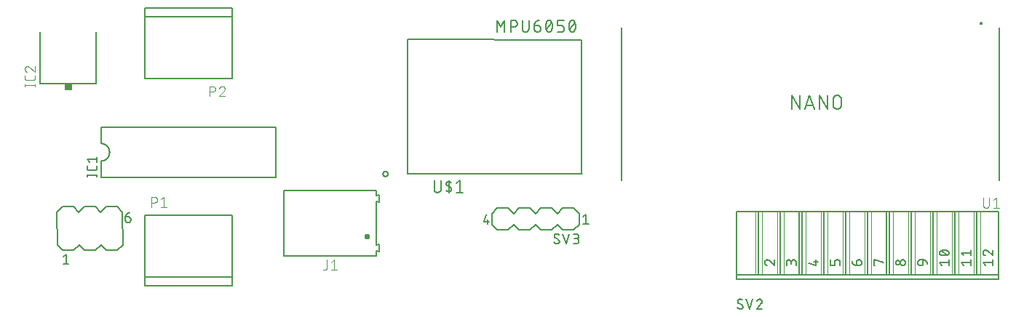
<source format=gbr>
G04 EAGLE Gerber RS-274X export*
G75*
%MOMM*%
%FSLAX34Y34*%
%LPD*%
%INSilkscreen Top*%
%IPPOS*%
%AMOC8*
5,1,8,0,0,1.08239X$1,22.5*%
G01*
%ADD10C,0.152400*%
%ADD11C,0.127000*%
%ADD12C,0.203200*%
%ADD13R,0.863600X0.762000*%
%ADD14C,0.101600*%
%ADD15C,0.200000*%
%ADD16C,0.400000*%
%ADD17C,0.050800*%


D10*
X930762Y270762D02*
X930762Y287018D01*
X939793Y270762D01*
X939793Y287018D01*
X951430Y287018D02*
X946011Y270762D01*
X956849Y270762D02*
X951430Y287018D01*
X955494Y274826D02*
X947366Y274826D01*
X963067Y270762D02*
X963067Y287018D01*
X972098Y270762D01*
X972098Y287018D01*
X979219Y282502D02*
X979219Y275278D01*
X979218Y282502D02*
X979220Y282635D01*
X979226Y282767D01*
X979236Y282899D01*
X979249Y283031D01*
X979267Y283163D01*
X979288Y283293D01*
X979313Y283424D01*
X979342Y283553D01*
X979375Y283681D01*
X979411Y283809D01*
X979451Y283935D01*
X979495Y284060D01*
X979543Y284184D01*
X979594Y284306D01*
X979649Y284427D01*
X979707Y284546D01*
X979769Y284664D01*
X979834Y284779D01*
X979903Y284893D01*
X979974Y285004D01*
X980050Y285113D01*
X980128Y285220D01*
X980209Y285325D01*
X980294Y285427D01*
X980381Y285527D01*
X980471Y285624D01*
X980564Y285719D01*
X980660Y285810D01*
X980758Y285899D01*
X980859Y285985D01*
X980963Y286068D01*
X981069Y286148D01*
X981177Y286224D01*
X981287Y286298D01*
X981400Y286368D01*
X981514Y286435D01*
X981631Y286498D01*
X981749Y286558D01*
X981869Y286615D01*
X981991Y286668D01*
X982114Y286717D01*
X982238Y286763D01*
X982364Y286805D01*
X982491Y286843D01*
X982619Y286878D01*
X982748Y286909D01*
X982877Y286936D01*
X983008Y286959D01*
X983139Y286979D01*
X983271Y286994D01*
X983403Y287006D01*
X983535Y287014D01*
X983668Y287018D01*
X983800Y287018D01*
X983933Y287014D01*
X984065Y287006D01*
X984197Y286994D01*
X984329Y286979D01*
X984460Y286959D01*
X984591Y286936D01*
X984720Y286909D01*
X984849Y286878D01*
X984977Y286843D01*
X985104Y286805D01*
X985230Y286763D01*
X985354Y286717D01*
X985477Y286668D01*
X985599Y286615D01*
X985719Y286558D01*
X985837Y286498D01*
X985954Y286435D01*
X986068Y286368D01*
X986181Y286298D01*
X986291Y286224D01*
X986399Y286148D01*
X986505Y286068D01*
X986609Y285985D01*
X986710Y285899D01*
X986808Y285810D01*
X986904Y285719D01*
X986997Y285624D01*
X987087Y285527D01*
X987174Y285427D01*
X987259Y285325D01*
X987340Y285220D01*
X987418Y285113D01*
X987494Y285004D01*
X987565Y284893D01*
X987634Y284779D01*
X987699Y284664D01*
X987761Y284546D01*
X987819Y284427D01*
X987874Y284306D01*
X987925Y284184D01*
X987973Y284060D01*
X988017Y283935D01*
X988057Y283809D01*
X988093Y283681D01*
X988126Y283553D01*
X988155Y283424D01*
X988180Y283293D01*
X988201Y283163D01*
X988219Y283031D01*
X988232Y282899D01*
X988242Y282767D01*
X988248Y282635D01*
X988250Y282502D01*
X988250Y275278D01*
X988248Y275145D01*
X988242Y275013D01*
X988232Y274881D01*
X988219Y274749D01*
X988201Y274617D01*
X988180Y274487D01*
X988155Y274356D01*
X988126Y274227D01*
X988093Y274099D01*
X988057Y273971D01*
X988017Y273845D01*
X987973Y273720D01*
X987925Y273596D01*
X987874Y273474D01*
X987819Y273353D01*
X987761Y273234D01*
X987699Y273116D01*
X987634Y273001D01*
X987565Y272887D01*
X987494Y272776D01*
X987418Y272667D01*
X987340Y272560D01*
X987259Y272455D01*
X987174Y272353D01*
X987087Y272253D01*
X986997Y272156D01*
X986904Y272061D01*
X986808Y271970D01*
X986710Y271881D01*
X986609Y271795D01*
X986505Y271712D01*
X986399Y271632D01*
X986291Y271556D01*
X986181Y271482D01*
X986068Y271412D01*
X985954Y271345D01*
X985837Y271282D01*
X985719Y271222D01*
X985599Y271165D01*
X985477Y271112D01*
X985354Y271063D01*
X985230Y271017D01*
X985104Y270975D01*
X984977Y270937D01*
X984849Y270902D01*
X984720Y270871D01*
X984591Y270844D01*
X984460Y270821D01*
X984329Y270801D01*
X984197Y270786D01*
X984065Y270774D01*
X983933Y270766D01*
X983800Y270762D01*
X983668Y270762D01*
X983535Y270766D01*
X983403Y270774D01*
X983271Y270786D01*
X983139Y270801D01*
X983008Y270821D01*
X982877Y270844D01*
X982748Y270871D01*
X982619Y270902D01*
X982491Y270937D01*
X982364Y270975D01*
X982238Y271017D01*
X982114Y271063D01*
X981991Y271112D01*
X981869Y271165D01*
X981749Y271222D01*
X981631Y271282D01*
X981514Y271345D01*
X981400Y271412D01*
X981287Y271482D01*
X981177Y271556D01*
X981069Y271632D01*
X980963Y271712D01*
X980859Y271795D01*
X980758Y271881D01*
X980660Y271970D01*
X980564Y272061D01*
X980471Y272156D01*
X980381Y272253D01*
X980294Y272353D01*
X980209Y272455D01*
X980128Y272560D01*
X980050Y272667D01*
X979974Y272776D01*
X979903Y272887D01*
X979834Y273001D01*
X979769Y273116D01*
X979707Y273234D01*
X979649Y273353D01*
X979594Y273474D01*
X979543Y273596D01*
X979495Y273720D01*
X979451Y273845D01*
X979411Y273971D01*
X979375Y274099D01*
X979342Y274227D01*
X979313Y274356D01*
X979288Y274487D01*
X979267Y274617D01*
X979249Y274749D01*
X979236Y274881D01*
X979226Y275013D01*
X979220Y275145D01*
X979218Y275278D01*
X330200Y249710D02*
X127000Y249710D01*
X127000Y191290D02*
X330200Y191290D01*
X330200Y249710D01*
X127000Y249710D02*
X127000Y230660D01*
X127000Y210340D02*
X127000Y191290D01*
X127000Y210340D02*
X127247Y210343D01*
X127495Y210352D01*
X127742Y210367D01*
X127988Y210388D01*
X128234Y210415D01*
X128479Y210448D01*
X128724Y210487D01*
X128967Y210532D01*
X129209Y210583D01*
X129450Y210640D01*
X129689Y210702D01*
X129927Y210771D01*
X130163Y210845D01*
X130397Y210925D01*
X130629Y211010D01*
X130859Y211102D01*
X131087Y211198D01*
X131312Y211301D01*
X131535Y211408D01*
X131755Y211522D01*
X131972Y211640D01*
X132187Y211764D01*
X132398Y211893D01*
X132606Y212027D01*
X132811Y212166D01*
X133012Y212310D01*
X133210Y212458D01*
X133404Y212612D01*
X133594Y212770D01*
X133780Y212933D01*
X133962Y213100D01*
X134140Y213272D01*
X134314Y213448D01*
X134484Y213628D01*
X134649Y213813D01*
X134809Y214001D01*
X134965Y214193D01*
X135117Y214389D01*
X135263Y214588D01*
X135405Y214791D01*
X135541Y214998D01*
X135673Y215207D01*
X135799Y215420D01*
X135920Y215636D01*
X136036Y215854D01*
X136146Y216076D01*
X136251Y216300D01*
X136351Y216526D01*
X136445Y216755D01*
X136533Y216986D01*
X136616Y217220D01*
X136693Y217455D01*
X136764Y217692D01*
X136830Y217930D01*
X136889Y218170D01*
X136943Y218412D01*
X136991Y218655D01*
X137033Y218898D01*
X137069Y219143D01*
X137099Y219389D01*
X137123Y219635D01*
X137141Y219882D01*
X137153Y220129D01*
X137159Y220376D01*
X137159Y220624D01*
X137153Y220871D01*
X137141Y221118D01*
X137123Y221365D01*
X137099Y221611D01*
X137069Y221857D01*
X137033Y222102D01*
X136991Y222345D01*
X136943Y222588D01*
X136889Y222830D01*
X136830Y223070D01*
X136764Y223308D01*
X136693Y223545D01*
X136616Y223780D01*
X136533Y224014D01*
X136445Y224245D01*
X136351Y224474D01*
X136251Y224700D01*
X136146Y224924D01*
X136036Y225146D01*
X135920Y225364D01*
X135799Y225580D01*
X135673Y225793D01*
X135541Y226002D01*
X135405Y226209D01*
X135263Y226412D01*
X135117Y226611D01*
X134965Y226807D01*
X134809Y226999D01*
X134649Y227187D01*
X134484Y227372D01*
X134314Y227552D01*
X134140Y227728D01*
X133962Y227900D01*
X133780Y228067D01*
X133594Y228230D01*
X133404Y228388D01*
X133210Y228542D01*
X133012Y228690D01*
X132811Y228834D01*
X132606Y228973D01*
X132398Y229107D01*
X132187Y229236D01*
X131972Y229360D01*
X131755Y229478D01*
X131535Y229592D01*
X131312Y229699D01*
X131087Y229802D01*
X130859Y229898D01*
X130629Y229990D01*
X130397Y230075D01*
X130163Y230155D01*
X129927Y230229D01*
X129689Y230298D01*
X129450Y230360D01*
X129209Y230417D01*
X128967Y230468D01*
X128724Y230513D01*
X128479Y230552D01*
X128234Y230585D01*
X127988Y230612D01*
X127742Y230633D01*
X127495Y230648D01*
X127247Y230657D01*
X127000Y230660D01*
D11*
X122555Y193195D02*
X111125Y193195D01*
X122555Y191925D02*
X122555Y194465D01*
X111125Y194465D02*
X111125Y191925D01*
X122555Y201667D02*
X122555Y204207D01*
X122555Y201667D02*
X122553Y201567D01*
X122547Y201468D01*
X122537Y201368D01*
X122524Y201270D01*
X122506Y201171D01*
X122485Y201074D01*
X122460Y200978D01*
X122431Y200882D01*
X122398Y200788D01*
X122362Y200695D01*
X122322Y200604D01*
X122278Y200514D01*
X122231Y200426D01*
X122181Y200340D01*
X122127Y200256D01*
X122070Y200174D01*
X122010Y200095D01*
X121946Y200017D01*
X121880Y199943D01*
X121811Y199871D01*
X121739Y199802D01*
X121665Y199736D01*
X121587Y199672D01*
X121508Y199612D01*
X121426Y199555D01*
X121342Y199501D01*
X121256Y199451D01*
X121168Y199404D01*
X121078Y199360D01*
X120987Y199320D01*
X120894Y199284D01*
X120800Y199251D01*
X120704Y199222D01*
X120608Y199197D01*
X120511Y199176D01*
X120412Y199158D01*
X120314Y199145D01*
X120214Y199135D01*
X120115Y199129D01*
X120015Y199127D01*
X113665Y199127D01*
X113565Y199129D01*
X113466Y199135D01*
X113366Y199145D01*
X113268Y199158D01*
X113169Y199176D01*
X113072Y199197D01*
X112976Y199222D01*
X112880Y199251D01*
X112786Y199284D01*
X112693Y199320D01*
X112602Y199360D01*
X112512Y199404D01*
X112424Y199451D01*
X112338Y199501D01*
X112254Y199555D01*
X112172Y199612D01*
X112093Y199672D01*
X112015Y199736D01*
X111941Y199802D01*
X111869Y199871D01*
X111800Y199943D01*
X111734Y200017D01*
X111670Y200095D01*
X111610Y200174D01*
X111553Y200256D01*
X111499Y200340D01*
X111449Y200426D01*
X111402Y200514D01*
X111358Y200604D01*
X111318Y200695D01*
X111282Y200788D01*
X111249Y200882D01*
X111220Y200978D01*
X111195Y201074D01*
X111174Y201171D01*
X111156Y201270D01*
X111143Y201368D01*
X111133Y201468D01*
X111127Y201567D01*
X111125Y201667D01*
X111125Y204207D01*
X113665Y208689D02*
X111125Y211864D01*
X122555Y211864D01*
X122555Y208689D02*
X122555Y215039D01*
D12*
X121670Y300510D02*
X121666Y360454D01*
X121670Y300510D02*
X56130Y300510D01*
X56134Y360454D01*
D13*
X88900Y295684D03*
D14*
X50292Y298506D02*
X38608Y298506D01*
X50292Y297208D02*
X50292Y299804D01*
X38608Y299804D02*
X38608Y297208D01*
X50292Y306968D02*
X50292Y309564D01*
X50292Y306968D02*
X50290Y306869D01*
X50284Y306769D01*
X50275Y306670D01*
X50262Y306572D01*
X50245Y306474D01*
X50224Y306376D01*
X50199Y306280D01*
X50171Y306185D01*
X50139Y306091D01*
X50104Y305998D01*
X50065Y305906D01*
X50022Y305816D01*
X49977Y305728D01*
X49927Y305641D01*
X49875Y305557D01*
X49819Y305474D01*
X49761Y305394D01*
X49699Y305316D01*
X49634Y305241D01*
X49566Y305168D01*
X49496Y305098D01*
X49423Y305030D01*
X49348Y304965D01*
X49270Y304903D01*
X49190Y304845D01*
X49107Y304789D01*
X49023Y304737D01*
X48936Y304687D01*
X48848Y304642D01*
X48758Y304599D01*
X48666Y304560D01*
X48573Y304525D01*
X48479Y304493D01*
X48384Y304465D01*
X48288Y304440D01*
X48190Y304419D01*
X48092Y304402D01*
X47994Y304389D01*
X47895Y304380D01*
X47795Y304374D01*
X47696Y304372D01*
X47696Y304371D02*
X41204Y304371D01*
X41105Y304373D01*
X41005Y304379D01*
X40906Y304388D01*
X40808Y304401D01*
X40710Y304419D01*
X40612Y304439D01*
X40516Y304464D01*
X40420Y304492D01*
X40326Y304524D01*
X40233Y304559D01*
X40142Y304598D01*
X40052Y304641D01*
X39963Y304686D01*
X39877Y304736D01*
X39792Y304788D01*
X39710Y304844D01*
X39630Y304903D01*
X39552Y304964D01*
X39476Y305029D01*
X39403Y305097D01*
X39333Y305167D01*
X39265Y305240D01*
X39200Y305316D01*
X39139Y305394D01*
X39080Y305474D01*
X39024Y305556D01*
X38972Y305641D01*
X38923Y305727D01*
X38877Y305816D01*
X38834Y305906D01*
X38795Y305997D01*
X38760Y306090D01*
X38728Y306184D01*
X38700Y306280D01*
X38675Y306376D01*
X38655Y306474D01*
X38637Y306572D01*
X38624Y306670D01*
X38615Y306769D01*
X38609Y306868D01*
X38607Y306968D01*
X38608Y306968D02*
X38608Y309564D01*
X38608Y317500D02*
X38610Y317607D01*
X38616Y317713D01*
X38626Y317819D01*
X38639Y317925D01*
X38657Y318031D01*
X38678Y318135D01*
X38703Y318239D01*
X38732Y318342D01*
X38764Y318443D01*
X38801Y318543D01*
X38841Y318642D01*
X38884Y318740D01*
X38931Y318836D01*
X38982Y318930D01*
X39036Y319022D01*
X39093Y319112D01*
X39153Y319200D01*
X39217Y319285D01*
X39284Y319368D01*
X39354Y319449D01*
X39426Y319527D01*
X39502Y319603D01*
X39580Y319675D01*
X39661Y319745D01*
X39744Y319812D01*
X39829Y319876D01*
X39917Y319936D01*
X40007Y319993D01*
X40099Y320047D01*
X40193Y320098D01*
X40289Y320145D01*
X40387Y320188D01*
X40486Y320228D01*
X40586Y320265D01*
X40687Y320297D01*
X40790Y320326D01*
X40894Y320351D01*
X40998Y320372D01*
X41104Y320390D01*
X41210Y320403D01*
X41316Y320413D01*
X41422Y320419D01*
X41529Y320421D01*
X38608Y317500D02*
X38610Y317379D01*
X38616Y317258D01*
X38626Y317138D01*
X38639Y317017D01*
X38657Y316898D01*
X38678Y316778D01*
X38703Y316660D01*
X38732Y316543D01*
X38765Y316426D01*
X38801Y316311D01*
X38842Y316197D01*
X38885Y316084D01*
X38933Y315972D01*
X38984Y315863D01*
X39039Y315755D01*
X39097Y315648D01*
X39158Y315544D01*
X39223Y315442D01*
X39291Y315342D01*
X39362Y315244D01*
X39436Y315148D01*
X39513Y315055D01*
X39594Y314965D01*
X39677Y314877D01*
X39763Y314792D01*
X39852Y314709D01*
X39943Y314630D01*
X40037Y314553D01*
X40133Y314480D01*
X40231Y314410D01*
X40332Y314343D01*
X40435Y314279D01*
X40540Y314219D01*
X40647Y314161D01*
X40755Y314108D01*
X40865Y314058D01*
X40977Y314012D01*
X41090Y313969D01*
X41205Y313930D01*
X43801Y319446D02*
X43723Y319525D01*
X43643Y319601D01*
X43560Y319674D01*
X43474Y319744D01*
X43387Y319811D01*
X43296Y319875D01*
X43204Y319935D01*
X43110Y319993D01*
X43013Y320047D01*
X42915Y320097D01*
X42815Y320144D01*
X42714Y320188D01*
X42611Y320228D01*
X42506Y320264D01*
X42401Y320296D01*
X42294Y320325D01*
X42187Y320350D01*
X42078Y320372D01*
X41969Y320389D01*
X41860Y320403D01*
X41750Y320412D01*
X41639Y320418D01*
X41529Y320420D01*
X43801Y319447D02*
X50292Y313930D01*
X50292Y320421D01*
D15*
X340200Y99500D02*
X447200Y99500D01*
X340200Y99500D02*
X340200Y175500D01*
X447200Y175500D01*
X447200Y169700D01*
X451200Y170450D01*
X451200Y161950D01*
X447200Y162700D01*
X447200Y112300D01*
X451200Y113050D01*
X451200Y104550D01*
X447200Y105300D01*
X447200Y99500D01*
D16*
X435200Y122500D02*
X435202Y122563D01*
X435208Y122625D01*
X435218Y122687D01*
X435231Y122749D01*
X435249Y122809D01*
X435270Y122868D01*
X435295Y122926D01*
X435324Y122982D01*
X435356Y123036D01*
X435391Y123088D01*
X435429Y123137D01*
X435471Y123185D01*
X435515Y123229D01*
X435563Y123271D01*
X435612Y123309D01*
X435664Y123344D01*
X435718Y123376D01*
X435774Y123405D01*
X435832Y123430D01*
X435891Y123451D01*
X435951Y123469D01*
X436013Y123482D01*
X436075Y123492D01*
X436137Y123498D01*
X436200Y123500D01*
X436263Y123498D01*
X436325Y123492D01*
X436387Y123482D01*
X436449Y123469D01*
X436509Y123451D01*
X436568Y123430D01*
X436626Y123405D01*
X436682Y123376D01*
X436736Y123344D01*
X436788Y123309D01*
X436837Y123271D01*
X436885Y123229D01*
X436929Y123185D01*
X436971Y123137D01*
X437009Y123088D01*
X437044Y123036D01*
X437076Y122982D01*
X437105Y122926D01*
X437130Y122868D01*
X437151Y122809D01*
X437169Y122749D01*
X437182Y122687D01*
X437192Y122625D01*
X437198Y122563D01*
X437200Y122500D01*
X437198Y122437D01*
X437192Y122375D01*
X437182Y122313D01*
X437169Y122251D01*
X437151Y122191D01*
X437130Y122132D01*
X437105Y122074D01*
X437076Y122018D01*
X437044Y121964D01*
X437009Y121912D01*
X436971Y121863D01*
X436929Y121815D01*
X436885Y121771D01*
X436837Y121729D01*
X436788Y121691D01*
X436736Y121656D01*
X436682Y121624D01*
X436626Y121595D01*
X436568Y121570D01*
X436509Y121549D01*
X436449Y121531D01*
X436387Y121518D01*
X436325Y121508D01*
X436263Y121502D01*
X436200Y121500D01*
X436137Y121502D01*
X436075Y121508D01*
X436013Y121518D01*
X435951Y121531D01*
X435891Y121549D01*
X435832Y121570D01*
X435774Y121595D01*
X435718Y121624D01*
X435664Y121656D01*
X435612Y121691D01*
X435563Y121729D01*
X435515Y121771D01*
X435471Y121815D01*
X435429Y121863D01*
X435391Y121912D01*
X435356Y121964D01*
X435324Y122018D01*
X435295Y122074D01*
X435270Y122132D01*
X435249Y122191D01*
X435231Y122251D01*
X435218Y122313D01*
X435208Y122375D01*
X435202Y122437D01*
X435200Y122500D01*
D14*
X389765Y94992D02*
X389765Y85904D01*
X389763Y85805D01*
X389757Y85705D01*
X389748Y85606D01*
X389735Y85508D01*
X389718Y85410D01*
X389697Y85312D01*
X389672Y85216D01*
X389644Y85121D01*
X389612Y85027D01*
X389577Y84934D01*
X389538Y84842D01*
X389495Y84752D01*
X389450Y84664D01*
X389400Y84577D01*
X389348Y84493D01*
X389292Y84410D01*
X389234Y84330D01*
X389172Y84252D01*
X389107Y84177D01*
X389039Y84104D01*
X388969Y84034D01*
X388896Y83966D01*
X388821Y83901D01*
X388743Y83839D01*
X388663Y83781D01*
X388580Y83725D01*
X388496Y83673D01*
X388409Y83623D01*
X388321Y83578D01*
X388231Y83535D01*
X388139Y83496D01*
X388046Y83461D01*
X387952Y83429D01*
X387857Y83401D01*
X387761Y83376D01*
X387663Y83355D01*
X387565Y83338D01*
X387467Y83325D01*
X387368Y83316D01*
X387268Y83310D01*
X387169Y83308D01*
X385870Y83308D01*
X395038Y92396D02*
X398284Y94992D01*
X398284Y83308D01*
X395038Y83308D02*
X401530Y83308D01*
D11*
X279400Y147200D02*
X177800Y147200D01*
X279400Y147200D02*
X279400Y75200D01*
X279400Y65200D01*
X177800Y65200D01*
X177800Y75200D01*
X177800Y147200D01*
X177800Y75200D02*
X279400Y75200D01*
D14*
X186021Y156495D02*
X186021Y168204D01*
X189273Y168204D01*
X189273Y168205D02*
X189385Y168203D01*
X189497Y168197D01*
X189609Y168188D01*
X189721Y168174D01*
X189832Y168157D01*
X189942Y168135D01*
X190051Y168110D01*
X190160Y168082D01*
X190268Y168049D01*
X190374Y168013D01*
X190479Y167973D01*
X190582Y167930D01*
X190684Y167883D01*
X190785Y167832D01*
X190883Y167778D01*
X190980Y167721D01*
X191074Y167661D01*
X191167Y167597D01*
X191257Y167530D01*
X191345Y167460D01*
X191430Y167387D01*
X191513Y167311D01*
X191593Y167232D01*
X191670Y167151D01*
X191745Y167067D01*
X191816Y166980D01*
X191885Y166891D01*
X191950Y166800D01*
X192012Y166706D01*
X192071Y166611D01*
X192127Y166513D01*
X192179Y166414D01*
X192228Y166313D01*
X192273Y166210D01*
X192315Y166106D01*
X192353Y166000D01*
X192387Y165893D01*
X192418Y165785D01*
X192444Y165676D01*
X192468Y165566D01*
X192487Y165455D01*
X192502Y165344D01*
X192514Y165232D01*
X192522Y165120D01*
X192526Y165008D01*
X192526Y164896D01*
X192522Y164784D01*
X192514Y164672D01*
X192502Y164560D01*
X192487Y164449D01*
X192468Y164338D01*
X192444Y164228D01*
X192418Y164119D01*
X192387Y164011D01*
X192353Y163904D01*
X192315Y163798D01*
X192273Y163694D01*
X192228Y163591D01*
X192179Y163490D01*
X192127Y163391D01*
X192071Y163293D01*
X192012Y163198D01*
X191950Y163104D01*
X191885Y163013D01*
X191816Y162924D01*
X191745Y162837D01*
X191670Y162753D01*
X191593Y162672D01*
X191513Y162593D01*
X191430Y162517D01*
X191345Y162444D01*
X191257Y162374D01*
X191167Y162307D01*
X191074Y162243D01*
X190980Y162183D01*
X190883Y162126D01*
X190785Y162072D01*
X190684Y162021D01*
X190582Y161974D01*
X190479Y161931D01*
X190374Y161891D01*
X190268Y161855D01*
X190160Y161822D01*
X190051Y161794D01*
X189942Y161769D01*
X189832Y161747D01*
X189721Y161730D01*
X189609Y161716D01*
X189497Y161707D01*
X189385Y161701D01*
X189273Y161699D01*
X186021Y161699D01*
X196923Y165602D02*
X200175Y168204D01*
X200175Y156495D01*
X196923Y156495D02*
X203428Y156495D01*
D11*
X177800Y306500D02*
X279400Y306500D01*
X177800Y306500D02*
X177800Y378500D01*
X177800Y388500D01*
X279400Y388500D01*
X279400Y378500D01*
X279400Y306500D01*
X279400Y378500D02*
X177800Y378500D01*
D14*
X253772Y297206D02*
X253772Y285496D01*
X253772Y297206D02*
X257025Y297206D01*
X257137Y297204D01*
X257249Y297198D01*
X257361Y297189D01*
X257473Y297175D01*
X257584Y297158D01*
X257694Y297136D01*
X257803Y297111D01*
X257912Y297083D01*
X258020Y297050D01*
X258126Y297014D01*
X258231Y296974D01*
X258334Y296931D01*
X258436Y296884D01*
X258537Y296833D01*
X258635Y296779D01*
X258732Y296722D01*
X258826Y296662D01*
X258919Y296598D01*
X259009Y296531D01*
X259097Y296461D01*
X259182Y296388D01*
X259265Y296312D01*
X259345Y296233D01*
X259422Y296152D01*
X259497Y296068D01*
X259568Y295981D01*
X259637Y295892D01*
X259702Y295801D01*
X259764Y295707D01*
X259823Y295612D01*
X259879Y295514D01*
X259931Y295415D01*
X259980Y295314D01*
X260025Y295211D01*
X260067Y295107D01*
X260105Y295001D01*
X260139Y294894D01*
X260170Y294786D01*
X260196Y294677D01*
X260220Y294567D01*
X260239Y294456D01*
X260254Y294345D01*
X260266Y294233D01*
X260274Y294121D01*
X260278Y294009D01*
X260278Y293897D01*
X260274Y293785D01*
X260266Y293673D01*
X260254Y293561D01*
X260239Y293450D01*
X260220Y293339D01*
X260196Y293229D01*
X260170Y293120D01*
X260139Y293012D01*
X260105Y292905D01*
X260067Y292799D01*
X260025Y292695D01*
X259980Y292592D01*
X259931Y292491D01*
X259879Y292392D01*
X259823Y292294D01*
X259764Y292199D01*
X259702Y292105D01*
X259637Y292014D01*
X259568Y291925D01*
X259497Y291838D01*
X259422Y291754D01*
X259345Y291673D01*
X259265Y291594D01*
X259182Y291518D01*
X259097Y291445D01*
X259009Y291375D01*
X258919Y291308D01*
X258826Y291244D01*
X258732Y291184D01*
X258635Y291127D01*
X258537Y291073D01*
X258436Y291022D01*
X258334Y290975D01*
X258231Y290932D01*
X258126Y290892D01*
X258020Y290856D01*
X257912Y290823D01*
X257803Y290795D01*
X257694Y290770D01*
X257584Y290748D01*
X257473Y290731D01*
X257361Y290717D01*
X257249Y290708D01*
X257137Y290702D01*
X257025Y290700D01*
X253772Y290700D01*
X268252Y297206D02*
X268359Y297204D01*
X268466Y297198D01*
X268572Y297188D01*
X268678Y297175D01*
X268784Y297157D01*
X268889Y297136D01*
X268993Y297111D01*
X269096Y297082D01*
X269197Y297049D01*
X269298Y297013D01*
X269397Y296973D01*
X269495Y296929D01*
X269591Y296882D01*
X269685Y296831D01*
X269777Y296777D01*
X269868Y296720D01*
X269956Y296659D01*
X270042Y296596D01*
X270125Y296529D01*
X270206Y296459D01*
X270284Y296386D01*
X270360Y296310D01*
X270433Y296232D01*
X270503Y296151D01*
X270570Y296068D01*
X270633Y295982D01*
X270694Y295894D01*
X270751Y295803D01*
X270805Y295711D01*
X270856Y295617D01*
X270903Y295521D01*
X270947Y295423D01*
X270987Y295324D01*
X271023Y295223D01*
X271056Y295122D01*
X271085Y295019D01*
X271110Y294915D01*
X271131Y294810D01*
X271149Y294704D01*
X271162Y294598D01*
X271172Y294492D01*
X271178Y294385D01*
X271180Y294278D01*
X268252Y297206D02*
X268131Y297204D01*
X268010Y297198D01*
X267889Y297188D01*
X267768Y297175D01*
X267648Y297157D01*
X267529Y297136D01*
X267410Y297111D01*
X267293Y297082D01*
X267176Y297049D01*
X267060Y297012D01*
X266946Y296972D01*
X266833Y296928D01*
X266721Y296880D01*
X266611Y296829D01*
X266503Y296775D01*
X266397Y296716D01*
X266292Y296655D01*
X266190Y296590D01*
X266089Y296522D01*
X265991Y296451D01*
X265895Y296376D01*
X265802Y296299D01*
X265711Y296218D01*
X265623Y296135D01*
X265538Y296049D01*
X265455Y295960D01*
X265376Y295868D01*
X265299Y295774D01*
X265226Y295678D01*
X265155Y295579D01*
X265088Y295478D01*
X265024Y295375D01*
X264964Y295270D01*
X264906Y295163D01*
X264853Y295054D01*
X264803Y294944D01*
X264756Y294832D01*
X264713Y294719D01*
X264674Y294604D01*
X270203Y292001D02*
X270282Y292079D01*
X270358Y292159D01*
X270431Y292243D01*
X270501Y292328D01*
X270568Y292416D01*
X270632Y292507D01*
X270693Y292599D01*
X270751Y292694D01*
X270805Y292790D01*
X270855Y292889D01*
X270903Y292989D01*
X270946Y293091D01*
X270986Y293194D01*
X271022Y293298D01*
X271055Y293404D01*
X271084Y293511D01*
X271109Y293619D01*
X271130Y293727D01*
X271148Y293837D01*
X271161Y293947D01*
X271171Y294057D01*
X271177Y294167D01*
X271179Y294278D01*
X270203Y292001D02*
X264674Y285496D01*
X271179Y285496D01*
D10*
X95206Y156967D02*
X82506Y156945D01*
X95206Y156967D02*
X101567Y150628D01*
X107906Y156989D01*
X120606Y157011D01*
X126967Y150672D01*
X82506Y156945D02*
X76167Y150583D01*
X126967Y150672D02*
X133306Y157033D01*
X146006Y157055D01*
X152367Y150716D01*
X152433Y112617D01*
X101633Y112528D02*
X95294Y106167D01*
X120694Y106211D02*
X127033Y112572D01*
X120694Y106211D02*
X107994Y106189D01*
X101633Y112528D01*
X76233Y112484D02*
X76167Y150583D01*
X76233Y112484D02*
X82594Y106145D01*
X95294Y106167D01*
X146094Y106255D02*
X152433Y112617D01*
X146094Y106255D02*
X133394Y106233D01*
X127033Y112572D01*
D11*
X86412Y101706D02*
X83242Y99161D01*
X86412Y101706D02*
X86432Y90276D01*
X83257Y90271D02*
X89607Y90282D01*
X155552Y145007D02*
X159362Y145014D01*
X159461Y145012D01*
X159561Y145007D01*
X159660Y144997D01*
X159759Y144983D01*
X159857Y144966D01*
X159955Y144945D01*
X160051Y144920D01*
X160147Y144891D01*
X160241Y144859D01*
X160334Y144822D01*
X160425Y144783D01*
X160515Y144739D01*
X160603Y144692D01*
X160689Y144642D01*
X160773Y144588D01*
X160855Y144531D01*
X160935Y144471D01*
X161012Y144408D01*
X161087Y144342D01*
X161159Y144273D01*
X161228Y144201D01*
X161295Y144127D01*
X161358Y144050D01*
X161418Y143971D01*
X161475Y143889D01*
X161529Y143805D01*
X161580Y143719D01*
X161627Y143631D01*
X161671Y143541D01*
X161711Y143450D01*
X161747Y143357D01*
X161780Y143263D01*
X161809Y143168D01*
X161835Y143071D01*
X161856Y142974D01*
X161874Y142876D01*
X161888Y142777D01*
X161898Y142678D01*
X161904Y142578D01*
X161906Y142478D01*
X161907Y141843D01*
X161905Y141732D01*
X161900Y141621D01*
X161890Y141511D01*
X161877Y141401D01*
X161860Y141291D01*
X161839Y141182D01*
X161814Y141074D01*
X161786Y140967D01*
X161753Y140861D01*
X161717Y140756D01*
X161678Y140653D01*
X161635Y140551D01*
X161588Y140450D01*
X161538Y140351D01*
X161484Y140254D01*
X161428Y140159D01*
X161367Y140066D01*
X161304Y139975D01*
X161237Y139887D01*
X161168Y139800D01*
X161095Y139717D01*
X161020Y139635D01*
X160942Y139557D01*
X160861Y139481D01*
X160777Y139408D01*
X160691Y139339D01*
X160603Y139272D01*
X160512Y139208D01*
X160419Y139147D01*
X160324Y139090D01*
X160227Y139036D01*
X160129Y138986D01*
X160028Y138939D01*
X159927Y138895D01*
X159823Y138855D01*
X159718Y138819D01*
X159612Y138787D01*
X159505Y138758D01*
X159398Y138733D01*
X159289Y138711D01*
X159179Y138694D01*
X159069Y138680D01*
X158959Y138670D01*
X158848Y138664D01*
X158738Y138662D01*
X158627Y138664D01*
X158516Y138669D01*
X158406Y138679D01*
X158296Y138692D01*
X158186Y138709D01*
X158077Y138730D01*
X157969Y138755D01*
X157862Y138783D01*
X157756Y138816D01*
X157651Y138852D01*
X157548Y138891D01*
X157446Y138934D01*
X157345Y138981D01*
X157246Y139031D01*
X157149Y139085D01*
X157054Y139142D01*
X156961Y139202D01*
X156870Y139265D01*
X156782Y139332D01*
X156695Y139401D01*
X156612Y139474D01*
X156530Y139549D01*
X156452Y139628D01*
X156376Y139708D01*
X156303Y139792D01*
X156233Y139878D01*
X156167Y139966D01*
X156103Y140057D01*
X156042Y140150D01*
X155985Y140245D01*
X155931Y140342D01*
X155881Y140440D01*
X155834Y140541D01*
X155790Y140643D01*
X155750Y140746D01*
X155714Y140851D01*
X155682Y140957D01*
X155653Y141064D01*
X155628Y141172D01*
X155606Y141280D01*
X155589Y141390D01*
X155575Y141500D01*
X155565Y141610D01*
X155559Y141721D01*
X155557Y141832D01*
X155552Y145007D01*
X155554Y145150D01*
X155560Y145292D01*
X155569Y145434D01*
X155583Y145576D01*
X155601Y145717D01*
X155622Y145858D01*
X155648Y145998D01*
X155677Y146138D01*
X155711Y146276D01*
X155748Y146414D01*
X155789Y146550D01*
X155834Y146685D01*
X155883Y146819D01*
X155935Y146952D01*
X155991Y147083D01*
X156051Y147212D01*
X156115Y147340D01*
X156182Y147466D01*
X156252Y147589D01*
X156326Y147711D01*
X156403Y147831D01*
X156484Y147948D01*
X156568Y148064D01*
X156655Y148176D01*
X156745Y148287D01*
X156838Y148394D01*
X156934Y148499D01*
X157034Y148602D01*
X157136Y148701D01*
X157240Y148798D01*
X157348Y148892D01*
X157458Y148982D01*
X157570Y149070D01*
X157685Y149154D01*
X157802Y149235D01*
X157922Y149313D01*
X158043Y149387D01*
X158167Y149458D01*
X158292Y149525D01*
X158420Y149589D01*
X158549Y149649D01*
X158680Y149706D01*
X158812Y149759D01*
X158946Y149808D01*
X159081Y149853D01*
X159217Y149895D01*
X159355Y149933D01*
X159493Y149967D01*
X159632Y149997D01*
X159772Y150023D01*
X159913Y150045D01*
X160054Y150063D01*
X160196Y150077D01*
X160338Y150088D01*
X160481Y150094D01*
X160623Y150096D01*
D10*
X483520Y195180D02*
X483520Y350800D01*
X483520Y351980D02*
X686130Y350800D01*
X686130Y195180D01*
X483520Y195180D01*
X455205Y195180D02*
X455207Y195288D01*
X455213Y195395D01*
X455223Y195503D01*
X455237Y195609D01*
X455255Y195716D01*
X455276Y195821D01*
X455302Y195926D01*
X455331Y196029D01*
X455365Y196132D01*
X455402Y196233D01*
X455443Y196333D01*
X455487Y196431D01*
X455535Y196527D01*
X455587Y196622D01*
X455642Y196715D01*
X455700Y196805D01*
X455762Y196893D01*
X455827Y196979D01*
X455895Y197063D01*
X455966Y197144D01*
X456040Y197222D01*
X456117Y197298D01*
X456196Y197370D01*
X456279Y197440D01*
X456363Y197506D01*
X456450Y197570D01*
X456540Y197630D01*
X456632Y197686D01*
X456725Y197740D01*
X456821Y197789D01*
X456918Y197836D01*
X457017Y197878D01*
X457117Y197917D01*
X457219Y197952D01*
X457322Y197984D01*
X457426Y198011D01*
X457532Y198035D01*
X457637Y198055D01*
X457744Y198071D01*
X457851Y198083D01*
X457958Y198091D01*
X458066Y198095D01*
X458174Y198095D01*
X458282Y198091D01*
X458389Y198083D01*
X458496Y198071D01*
X458603Y198055D01*
X458708Y198035D01*
X458814Y198011D01*
X458918Y197984D01*
X459021Y197952D01*
X459123Y197917D01*
X459223Y197878D01*
X459322Y197836D01*
X459419Y197789D01*
X459515Y197740D01*
X459608Y197686D01*
X459700Y197630D01*
X459790Y197570D01*
X459877Y197506D01*
X459961Y197440D01*
X460044Y197370D01*
X460123Y197298D01*
X460200Y197222D01*
X460274Y197144D01*
X460345Y197063D01*
X460413Y196979D01*
X460478Y196893D01*
X460540Y196805D01*
X460598Y196715D01*
X460653Y196622D01*
X460705Y196527D01*
X460753Y196431D01*
X460797Y196333D01*
X460838Y196233D01*
X460875Y196132D01*
X460909Y196029D01*
X460938Y195926D01*
X460964Y195821D01*
X460985Y195716D01*
X461003Y195609D01*
X461017Y195503D01*
X461027Y195395D01*
X461033Y195288D01*
X461035Y195180D01*
X461033Y195072D01*
X461027Y194965D01*
X461017Y194857D01*
X461003Y194751D01*
X460985Y194644D01*
X460964Y194539D01*
X460938Y194434D01*
X460909Y194331D01*
X460875Y194228D01*
X460838Y194127D01*
X460797Y194027D01*
X460753Y193929D01*
X460705Y193833D01*
X460653Y193738D01*
X460598Y193645D01*
X460540Y193555D01*
X460478Y193467D01*
X460413Y193381D01*
X460345Y193297D01*
X460274Y193216D01*
X460200Y193138D01*
X460123Y193062D01*
X460044Y192990D01*
X459961Y192920D01*
X459877Y192854D01*
X459790Y192790D01*
X459700Y192730D01*
X459608Y192674D01*
X459515Y192620D01*
X459419Y192571D01*
X459322Y192524D01*
X459223Y192482D01*
X459123Y192443D01*
X459021Y192408D01*
X458918Y192376D01*
X458814Y192349D01*
X458708Y192325D01*
X458603Y192305D01*
X458496Y192289D01*
X458389Y192277D01*
X458282Y192269D01*
X458174Y192265D01*
X458066Y192265D01*
X457958Y192269D01*
X457851Y192277D01*
X457744Y192289D01*
X457637Y192305D01*
X457532Y192325D01*
X457426Y192349D01*
X457322Y192376D01*
X457219Y192408D01*
X457117Y192443D01*
X457017Y192482D01*
X456918Y192524D01*
X456821Y192571D01*
X456725Y192620D01*
X456632Y192674D01*
X456540Y192730D01*
X456450Y192790D01*
X456363Y192854D01*
X456279Y192920D01*
X456196Y192990D01*
X456117Y193062D01*
X456040Y193138D01*
X455966Y193216D01*
X455895Y193297D01*
X455827Y193381D01*
X455762Y193467D01*
X455700Y193555D01*
X455642Y193645D01*
X455587Y193738D01*
X455535Y193833D01*
X455487Y193929D01*
X455443Y194027D01*
X455402Y194127D01*
X455365Y194228D01*
X455331Y194331D01*
X455302Y194434D01*
X455276Y194539D01*
X455255Y194644D01*
X455237Y194751D01*
X455223Y194857D01*
X455213Y194965D01*
X455207Y195072D01*
X455205Y195180D01*
X686130Y195180D02*
X686720Y195180D01*
D11*
X514955Y187345D02*
X514955Y177429D01*
X514957Y177307D01*
X514963Y177185D01*
X514973Y177063D01*
X514986Y176941D01*
X515004Y176820D01*
X515025Y176700D01*
X515051Y176580D01*
X515080Y176462D01*
X515113Y176344D01*
X515149Y176227D01*
X515190Y176112D01*
X515234Y175998D01*
X515281Y175885D01*
X515333Y175774D01*
X515388Y175665D01*
X515446Y175557D01*
X515507Y175452D01*
X515573Y175348D01*
X515641Y175247D01*
X515712Y175148D01*
X515787Y175051D01*
X515865Y174957D01*
X515946Y174865D01*
X516029Y174776D01*
X516116Y174689D01*
X516205Y174606D01*
X516297Y174525D01*
X516391Y174447D01*
X516488Y174372D01*
X516587Y174301D01*
X516688Y174233D01*
X516792Y174167D01*
X516897Y174106D01*
X517005Y174048D01*
X517114Y173993D01*
X517225Y173941D01*
X517338Y173894D01*
X517452Y173850D01*
X517567Y173809D01*
X517684Y173773D01*
X517802Y173740D01*
X517920Y173711D01*
X518040Y173685D01*
X518160Y173664D01*
X518281Y173646D01*
X518403Y173633D01*
X518525Y173623D01*
X518647Y173617D01*
X518769Y173615D01*
X518891Y173617D01*
X519013Y173623D01*
X519135Y173633D01*
X519257Y173646D01*
X519378Y173664D01*
X519498Y173685D01*
X519618Y173711D01*
X519736Y173740D01*
X519854Y173773D01*
X519971Y173809D01*
X520086Y173850D01*
X520200Y173894D01*
X520313Y173941D01*
X520424Y173993D01*
X520533Y174048D01*
X520641Y174106D01*
X520746Y174167D01*
X520850Y174233D01*
X520951Y174301D01*
X521050Y174372D01*
X521147Y174447D01*
X521241Y174525D01*
X521333Y174606D01*
X521422Y174689D01*
X521509Y174776D01*
X521592Y174865D01*
X521673Y174957D01*
X521751Y175051D01*
X521826Y175148D01*
X521897Y175247D01*
X521965Y175348D01*
X522031Y175452D01*
X522092Y175557D01*
X522150Y175665D01*
X522205Y175774D01*
X522257Y175885D01*
X522304Y175998D01*
X522348Y176112D01*
X522389Y176227D01*
X522425Y176344D01*
X522458Y176462D01*
X522487Y176580D01*
X522513Y176700D01*
X522534Y176820D01*
X522552Y176941D01*
X522565Y177063D01*
X522575Y177185D01*
X522581Y177307D01*
X522583Y177429D01*
X522583Y187345D01*
X531819Y187345D02*
X531819Y173615D01*
X531819Y180480D02*
X529912Y181624D01*
X529911Y181624D02*
X529831Y181674D01*
X529753Y181728D01*
X529677Y181785D01*
X529603Y181846D01*
X529532Y181909D01*
X529464Y181975D01*
X529398Y182044D01*
X529336Y182116D01*
X529276Y182190D01*
X529220Y182267D01*
X529167Y182346D01*
X529117Y182427D01*
X529071Y182510D01*
X529028Y182595D01*
X528989Y182681D01*
X528953Y182769D01*
X528921Y182859D01*
X528893Y182950D01*
X528869Y183042D01*
X528849Y183135D01*
X528832Y183228D01*
X528819Y183323D01*
X528811Y183417D01*
X528806Y183512D01*
X528805Y183607D01*
X528808Y183703D01*
X528816Y183797D01*
X528827Y183892D01*
X528842Y183986D01*
X528861Y184079D01*
X528884Y184171D01*
X528910Y184262D01*
X528941Y184353D01*
X528975Y184441D01*
X529013Y184529D01*
X529054Y184614D01*
X529099Y184698D01*
X529148Y184780D01*
X529199Y184860D01*
X529255Y184937D01*
X529313Y185012D01*
X529374Y185085D01*
X529439Y185155D01*
X529506Y185222D01*
X529576Y185287D01*
X529648Y185348D01*
X529723Y185406D01*
X529801Y185461D01*
X529881Y185513D01*
X529962Y185562D01*
X530046Y185607D01*
X530132Y185648D01*
X530219Y185686D01*
X530308Y185721D01*
X530398Y185751D01*
X530489Y185778D01*
X530581Y185801D01*
X530674Y185820D01*
X530675Y185820D02*
X530823Y185845D01*
X530972Y185866D01*
X531121Y185884D01*
X531271Y185898D01*
X531421Y185908D01*
X531571Y185915D01*
X531721Y185918D01*
X531871Y185917D01*
X532021Y185912D01*
X532171Y185904D01*
X532321Y185892D01*
X532471Y185876D01*
X532620Y185857D01*
X532768Y185834D01*
X532916Y185807D01*
X533063Y185776D01*
X533209Y185742D01*
X533355Y185704D01*
X533499Y185663D01*
X533643Y185618D01*
X533785Y185569D01*
X533926Y185517D01*
X534065Y185461D01*
X534203Y185402D01*
X534340Y185340D01*
X534475Y185274D01*
X534609Y185205D01*
X534740Y185133D01*
X534870Y185057D01*
X531819Y180480D02*
X533726Y179336D01*
X533806Y179286D01*
X533884Y179232D01*
X533960Y179174D01*
X534034Y179114D01*
X534105Y179051D01*
X534173Y178985D01*
X534239Y178916D01*
X534301Y178844D01*
X534361Y178770D01*
X534417Y178693D01*
X534470Y178614D01*
X534520Y178533D01*
X534566Y178450D01*
X534609Y178365D01*
X534648Y178279D01*
X534684Y178190D01*
X534716Y178101D01*
X534744Y178010D01*
X534768Y177918D01*
X534788Y177825D01*
X534805Y177732D01*
X534818Y177637D01*
X534826Y177543D01*
X534831Y177448D01*
X534832Y177353D01*
X534829Y177257D01*
X534821Y177163D01*
X534810Y177068D01*
X534795Y176974D01*
X534776Y176881D01*
X534753Y176789D01*
X534727Y176698D01*
X534696Y176607D01*
X534662Y176519D01*
X534624Y176431D01*
X534583Y176346D01*
X534538Y176262D01*
X534489Y176180D01*
X534438Y176101D01*
X534382Y176023D01*
X534324Y175948D01*
X534263Y175875D01*
X534198Y175805D01*
X534131Y175738D01*
X534061Y175674D01*
X533989Y175612D01*
X533914Y175554D01*
X533836Y175499D01*
X533756Y175447D01*
X533675Y175398D01*
X533591Y175353D01*
X533505Y175312D01*
X533418Y175274D01*
X533329Y175239D01*
X533239Y175209D01*
X533148Y175182D01*
X533056Y175159D01*
X532963Y175140D01*
X532815Y175115D01*
X532666Y175094D01*
X532517Y175076D01*
X532367Y175062D01*
X532218Y175052D01*
X532067Y175045D01*
X531917Y175042D01*
X531767Y175043D01*
X531617Y175048D01*
X531467Y175056D01*
X531317Y175068D01*
X531167Y175084D01*
X531018Y175103D01*
X530870Y175126D01*
X530722Y175153D01*
X530575Y175184D01*
X530429Y175218D01*
X530283Y175256D01*
X530139Y175297D01*
X529995Y175342D01*
X529853Y175391D01*
X529712Y175443D01*
X529573Y175499D01*
X529434Y175558D01*
X529298Y175620D01*
X529163Y175686D01*
X529029Y175755D01*
X528898Y175828D01*
X528768Y175903D01*
X540605Y184294D02*
X544419Y187345D01*
X544419Y173615D01*
X540605Y173615D02*
X548233Y173615D01*
X587655Y360415D02*
X587655Y374145D01*
X592232Y366517D01*
X596808Y374145D01*
X596808Y360415D01*
X603924Y360415D02*
X603924Y374145D01*
X607737Y374145D01*
X607859Y374143D01*
X607981Y374137D01*
X608103Y374127D01*
X608225Y374114D01*
X608346Y374096D01*
X608466Y374075D01*
X608586Y374049D01*
X608704Y374020D01*
X608822Y373987D01*
X608939Y373951D01*
X609054Y373910D01*
X609168Y373866D01*
X609281Y373819D01*
X609392Y373767D01*
X609501Y373712D01*
X609609Y373654D01*
X609714Y373593D01*
X609818Y373527D01*
X609919Y373459D01*
X610018Y373388D01*
X610115Y373313D01*
X610209Y373235D01*
X610301Y373154D01*
X610390Y373071D01*
X610477Y372984D01*
X610560Y372895D01*
X610641Y372803D01*
X610719Y372709D01*
X610794Y372612D01*
X610865Y372513D01*
X610933Y372412D01*
X610999Y372308D01*
X611060Y372203D01*
X611118Y372095D01*
X611173Y371986D01*
X611225Y371875D01*
X611272Y371762D01*
X611316Y371648D01*
X611357Y371533D01*
X611393Y371416D01*
X611426Y371298D01*
X611455Y371180D01*
X611481Y371060D01*
X611502Y370940D01*
X611520Y370819D01*
X611533Y370697D01*
X611543Y370575D01*
X611549Y370453D01*
X611551Y370331D01*
X611549Y370209D01*
X611543Y370087D01*
X611533Y369965D01*
X611520Y369843D01*
X611502Y369722D01*
X611481Y369602D01*
X611455Y369482D01*
X611426Y369364D01*
X611393Y369246D01*
X611357Y369129D01*
X611316Y369014D01*
X611272Y368900D01*
X611225Y368787D01*
X611173Y368676D01*
X611118Y368567D01*
X611060Y368459D01*
X610999Y368354D01*
X610933Y368250D01*
X610865Y368149D01*
X610794Y368050D01*
X610719Y367953D01*
X610641Y367859D01*
X610560Y367767D01*
X610477Y367678D01*
X610390Y367591D01*
X610301Y367508D01*
X610209Y367427D01*
X610115Y367349D01*
X610018Y367274D01*
X609919Y367203D01*
X609818Y367135D01*
X609714Y367069D01*
X609609Y367008D01*
X609501Y366950D01*
X609392Y366895D01*
X609281Y366843D01*
X609168Y366796D01*
X609054Y366752D01*
X608939Y366711D01*
X608822Y366675D01*
X608704Y366642D01*
X608586Y366613D01*
X608466Y366587D01*
X608346Y366566D01*
X608225Y366548D01*
X608103Y366535D01*
X607981Y366525D01*
X607859Y366519D01*
X607737Y366517D01*
X603924Y366517D01*
X617218Y364229D02*
X617218Y374145D01*
X617218Y364229D02*
X617220Y364107D01*
X617226Y363985D01*
X617236Y363863D01*
X617249Y363741D01*
X617267Y363620D01*
X617288Y363500D01*
X617314Y363380D01*
X617343Y363262D01*
X617376Y363144D01*
X617412Y363027D01*
X617453Y362912D01*
X617497Y362798D01*
X617544Y362685D01*
X617596Y362574D01*
X617651Y362465D01*
X617709Y362357D01*
X617770Y362252D01*
X617836Y362148D01*
X617904Y362047D01*
X617975Y361948D01*
X618050Y361851D01*
X618128Y361757D01*
X618209Y361665D01*
X618292Y361576D01*
X618379Y361489D01*
X618468Y361406D01*
X618560Y361325D01*
X618654Y361247D01*
X618751Y361172D01*
X618850Y361101D01*
X618951Y361033D01*
X619055Y360967D01*
X619160Y360906D01*
X619268Y360848D01*
X619377Y360793D01*
X619488Y360741D01*
X619601Y360694D01*
X619715Y360650D01*
X619830Y360609D01*
X619947Y360573D01*
X620065Y360540D01*
X620183Y360511D01*
X620303Y360485D01*
X620423Y360464D01*
X620544Y360446D01*
X620666Y360433D01*
X620788Y360423D01*
X620910Y360417D01*
X621032Y360415D01*
X621154Y360417D01*
X621276Y360423D01*
X621398Y360433D01*
X621520Y360446D01*
X621641Y360464D01*
X621761Y360485D01*
X621881Y360511D01*
X621999Y360540D01*
X622117Y360573D01*
X622234Y360609D01*
X622349Y360650D01*
X622463Y360694D01*
X622576Y360741D01*
X622687Y360793D01*
X622796Y360848D01*
X622904Y360906D01*
X623009Y360967D01*
X623113Y361033D01*
X623214Y361101D01*
X623313Y361172D01*
X623410Y361247D01*
X623504Y361325D01*
X623596Y361406D01*
X623685Y361489D01*
X623772Y361576D01*
X623855Y361665D01*
X623936Y361757D01*
X624014Y361851D01*
X624089Y361948D01*
X624160Y362047D01*
X624228Y362148D01*
X624294Y362252D01*
X624355Y362357D01*
X624413Y362465D01*
X624468Y362574D01*
X624520Y362685D01*
X624567Y362798D01*
X624611Y362912D01*
X624652Y363027D01*
X624688Y363144D01*
X624721Y363262D01*
X624750Y363380D01*
X624776Y363500D01*
X624797Y363620D01*
X624815Y363741D01*
X624828Y363863D01*
X624838Y363985D01*
X624844Y364107D01*
X624846Y364229D01*
X624846Y374145D01*
X631168Y368043D02*
X635744Y368043D01*
X635853Y368041D01*
X635962Y368035D01*
X636070Y368026D01*
X636178Y368012D01*
X636286Y367995D01*
X636393Y367973D01*
X636499Y367948D01*
X636604Y367919D01*
X636708Y367887D01*
X636810Y367851D01*
X636912Y367811D01*
X637011Y367767D01*
X637110Y367720D01*
X637206Y367670D01*
X637301Y367616D01*
X637393Y367559D01*
X637484Y367498D01*
X637572Y367434D01*
X637658Y367368D01*
X637742Y367298D01*
X637823Y367225D01*
X637901Y367149D01*
X637977Y367071D01*
X638050Y366990D01*
X638120Y366906D01*
X638186Y366820D01*
X638250Y366732D01*
X638311Y366641D01*
X638368Y366549D01*
X638422Y366454D01*
X638472Y366358D01*
X638519Y366259D01*
X638563Y366160D01*
X638603Y366058D01*
X638639Y365956D01*
X638671Y365852D01*
X638700Y365747D01*
X638725Y365641D01*
X638747Y365534D01*
X638764Y365426D01*
X638778Y365318D01*
X638787Y365210D01*
X638793Y365101D01*
X638795Y364992D01*
X638796Y364992D02*
X638796Y364229D01*
X638794Y364107D01*
X638788Y363985D01*
X638778Y363863D01*
X638765Y363741D01*
X638747Y363620D01*
X638726Y363500D01*
X638700Y363380D01*
X638671Y363262D01*
X638638Y363144D01*
X638602Y363027D01*
X638561Y362912D01*
X638517Y362798D01*
X638470Y362685D01*
X638418Y362574D01*
X638363Y362465D01*
X638305Y362357D01*
X638244Y362252D01*
X638178Y362148D01*
X638110Y362047D01*
X638039Y361948D01*
X637964Y361851D01*
X637886Y361757D01*
X637805Y361665D01*
X637722Y361576D01*
X637635Y361489D01*
X637546Y361406D01*
X637454Y361325D01*
X637360Y361247D01*
X637263Y361172D01*
X637164Y361101D01*
X637063Y361033D01*
X636959Y360967D01*
X636854Y360906D01*
X636746Y360848D01*
X636637Y360793D01*
X636526Y360741D01*
X636413Y360694D01*
X636299Y360650D01*
X636184Y360609D01*
X636067Y360573D01*
X635949Y360540D01*
X635831Y360511D01*
X635711Y360485D01*
X635591Y360464D01*
X635470Y360446D01*
X635348Y360433D01*
X635226Y360423D01*
X635104Y360417D01*
X634982Y360415D01*
X634860Y360417D01*
X634738Y360423D01*
X634616Y360433D01*
X634494Y360446D01*
X634373Y360464D01*
X634253Y360485D01*
X634133Y360511D01*
X634015Y360540D01*
X633897Y360573D01*
X633780Y360609D01*
X633665Y360650D01*
X633551Y360694D01*
X633438Y360741D01*
X633327Y360793D01*
X633218Y360848D01*
X633110Y360906D01*
X633005Y360967D01*
X632901Y361033D01*
X632800Y361101D01*
X632701Y361172D01*
X632604Y361247D01*
X632510Y361325D01*
X632418Y361406D01*
X632329Y361489D01*
X632242Y361576D01*
X632159Y361665D01*
X632078Y361757D01*
X632000Y361851D01*
X631925Y361948D01*
X631854Y362047D01*
X631786Y362148D01*
X631720Y362252D01*
X631659Y362357D01*
X631601Y362465D01*
X631546Y362574D01*
X631494Y362685D01*
X631447Y362798D01*
X631403Y362912D01*
X631362Y363027D01*
X631326Y363144D01*
X631293Y363262D01*
X631264Y363380D01*
X631238Y363500D01*
X631217Y363620D01*
X631199Y363741D01*
X631186Y363863D01*
X631176Y363985D01*
X631170Y364107D01*
X631168Y364229D01*
X631168Y368043D01*
X631170Y368198D01*
X631176Y368352D01*
X631186Y368506D01*
X631199Y368660D01*
X631217Y368814D01*
X631238Y368967D01*
X631264Y369120D01*
X631293Y369271D01*
X631326Y369422D01*
X631363Y369572D01*
X631403Y369722D01*
X631448Y369870D01*
X631496Y370017D01*
X631548Y370162D01*
X631603Y370307D01*
X631663Y370449D01*
X631725Y370591D01*
X631792Y370730D01*
X631861Y370868D01*
X631935Y371004D01*
X632011Y371139D01*
X632092Y371271D01*
X632175Y371401D01*
X632262Y371529D01*
X632352Y371655D01*
X632445Y371778D01*
X632541Y371899D01*
X632640Y372018D01*
X632742Y372134D01*
X632847Y372247D01*
X632955Y372358D01*
X633066Y372466D01*
X633179Y372571D01*
X633295Y372673D01*
X633414Y372772D01*
X633535Y372868D01*
X633658Y372961D01*
X633784Y373051D01*
X633912Y373138D01*
X634042Y373221D01*
X634174Y373302D01*
X634309Y373378D01*
X634445Y373452D01*
X634583Y373521D01*
X634722Y373588D01*
X634864Y373650D01*
X635006Y373710D01*
X635151Y373765D01*
X635296Y373817D01*
X635443Y373865D01*
X635591Y373910D01*
X635740Y373950D01*
X635891Y373987D01*
X636042Y374020D01*
X636193Y374049D01*
X636346Y374075D01*
X636499Y374096D01*
X636653Y374114D01*
X636807Y374127D01*
X636961Y374137D01*
X637115Y374143D01*
X637270Y374145D01*
X645812Y372238D02*
X645697Y371994D01*
X645587Y371747D01*
X645483Y371497D01*
X645386Y371246D01*
X645294Y370991D01*
X645209Y370735D01*
X645129Y370477D01*
X645056Y370217D01*
X644989Y369955D01*
X644928Y369692D01*
X644874Y369428D01*
X644826Y369162D01*
X644784Y368895D01*
X644749Y368627D01*
X644720Y368359D01*
X644697Y368090D01*
X644681Y367820D01*
X644671Y367550D01*
X644668Y367280D01*
X645813Y372238D02*
X645849Y372338D01*
X645889Y372436D01*
X645932Y372533D01*
X645980Y372628D01*
X646031Y372721D01*
X646085Y372812D01*
X646142Y372901D01*
X646203Y372988D01*
X646268Y373072D01*
X646335Y373154D01*
X646405Y373234D01*
X646479Y373310D01*
X646555Y373384D01*
X646634Y373455D01*
X646715Y373523D01*
X646799Y373588D01*
X646885Y373650D01*
X646974Y373708D01*
X647064Y373763D01*
X647157Y373815D01*
X647252Y373863D01*
X647348Y373907D01*
X647446Y373948D01*
X647545Y373985D01*
X647646Y374018D01*
X647748Y374048D01*
X647851Y374074D01*
X647955Y374095D01*
X648059Y374113D01*
X648164Y374127D01*
X648270Y374137D01*
X648376Y374143D01*
X648482Y374145D01*
X648588Y374143D01*
X648694Y374137D01*
X648800Y374127D01*
X648905Y374113D01*
X649009Y374095D01*
X649113Y374074D01*
X649216Y374048D01*
X649318Y374018D01*
X649419Y373985D01*
X649518Y373948D01*
X649616Y373907D01*
X649712Y373863D01*
X649807Y373815D01*
X649900Y373763D01*
X649990Y373708D01*
X650079Y373650D01*
X650165Y373588D01*
X650249Y373523D01*
X650331Y373455D01*
X650409Y373384D01*
X650485Y373310D01*
X650559Y373234D01*
X650629Y373154D01*
X650696Y373072D01*
X650761Y372988D01*
X650822Y372901D01*
X650879Y372812D01*
X650933Y372721D01*
X650984Y372628D01*
X651032Y372533D01*
X651075Y372436D01*
X651115Y372338D01*
X651151Y372238D01*
X651266Y371994D01*
X651376Y371747D01*
X651480Y371497D01*
X651577Y371246D01*
X651669Y370991D01*
X651754Y370735D01*
X651834Y370477D01*
X651907Y370217D01*
X651974Y369955D01*
X652035Y369692D01*
X652089Y369428D01*
X652137Y369162D01*
X652179Y368895D01*
X652214Y368627D01*
X652243Y368359D01*
X652266Y368090D01*
X652282Y367820D01*
X652292Y367550D01*
X652295Y367280D01*
X644667Y367280D02*
X644670Y367010D01*
X644680Y366740D01*
X644696Y366470D01*
X644719Y366201D01*
X644748Y365933D01*
X644783Y365665D01*
X644825Y365398D01*
X644873Y365132D01*
X644927Y364868D01*
X644988Y364604D01*
X645055Y364343D01*
X645128Y364083D01*
X645208Y363824D01*
X645293Y363568D01*
X645385Y363314D01*
X645482Y363062D01*
X645586Y362813D01*
X645696Y362566D01*
X645811Y362322D01*
X645813Y362322D02*
X645849Y362222D01*
X645889Y362124D01*
X645933Y362027D01*
X645980Y361932D01*
X646031Y361839D01*
X646085Y361748D01*
X646143Y361659D01*
X646203Y361572D01*
X646268Y361488D01*
X646335Y361406D01*
X646405Y361326D01*
X646479Y361250D01*
X646555Y361176D01*
X646634Y361105D01*
X646715Y361037D01*
X646799Y360972D01*
X646885Y360910D01*
X646974Y360852D01*
X647064Y360797D01*
X647157Y360745D01*
X647252Y360697D01*
X647348Y360653D01*
X647446Y360612D01*
X647545Y360575D01*
X647646Y360542D01*
X647748Y360512D01*
X647851Y360486D01*
X647955Y360465D01*
X648059Y360447D01*
X648164Y360433D01*
X648270Y360423D01*
X648376Y360417D01*
X648482Y360415D01*
X651152Y362322D02*
X651267Y362566D01*
X651377Y362813D01*
X651481Y363062D01*
X651578Y363314D01*
X651670Y363568D01*
X651755Y363824D01*
X651835Y364083D01*
X651908Y364343D01*
X651975Y364604D01*
X652036Y364868D01*
X652090Y365132D01*
X652138Y365398D01*
X652180Y365665D01*
X652215Y365933D01*
X652244Y366201D01*
X652267Y366470D01*
X652283Y366740D01*
X652293Y367010D01*
X652296Y367280D01*
X651151Y362322D02*
X651115Y362222D01*
X651075Y362124D01*
X651032Y362027D01*
X650984Y361932D01*
X650933Y361839D01*
X650879Y361748D01*
X650822Y361659D01*
X650761Y361572D01*
X650696Y361488D01*
X650629Y361406D01*
X650559Y361326D01*
X650485Y361250D01*
X650409Y361176D01*
X650331Y361105D01*
X650249Y361037D01*
X650165Y360972D01*
X650079Y360910D01*
X649990Y360852D01*
X649900Y360797D01*
X649807Y360745D01*
X649712Y360697D01*
X649616Y360653D01*
X649518Y360612D01*
X649419Y360575D01*
X649318Y360542D01*
X649216Y360512D01*
X649113Y360486D01*
X649009Y360465D01*
X648905Y360447D01*
X648800Y360433D01*
X648694Y360423D01*
X648588Y360417D01*
X648482Y360415D01*
X645431Y363466D02*
X651533Y371094D01*
X658168Y360415D02*
X662744Y360415D01*
X662853Y360417D01*
X662962Y360423D01*
X663070Y360432D01*
X663178Y360446D01*
X663286Y360463D01*
X663393Y360485D01*
X663499Y360510D01*
X663604Y360539D01*
X663708Y360571D01*
X663810Y360607D01*
X663912Y360647D01*
X664011Y360691D01*
X664110Y360738D01*
X664206Y360788D01*
X664301Y360842D01*
X664394Y360899D01*
X664484Y360960D01*
X664572Y361024D01*
X664658Y361090D01*
X664742Y361160D01*
X664823Y361233D01*
X664901Y361309D01*
X664977Y361387D01*
X665050Y361468D01*
X665120Y361552D01*
X665186Y361638D01*
X665250Y361726D01*
X665311Y361817D01*
X665368Y361909D01*
X665422Y362004D01*
X665472Y362100D01*
X665519Y362199D01*
X665563Y362298D01*
X665603Y362400D01*
X665639Y362503D01*
X665671Y362606D01*
X665700Y362711D01*
X665725Y362817D01*
X665747Y362924D01*
X665764Y363032D01*
X665778Y363140D01*
X665787Y363248D01*
X665793Y363357D01*
X665795Y363466D01*
X665796Y363466D02*
X665796Y364992D01*
X665795Y364992D02*
X665793Y365101D01*
X665787Y365210D01*
X665778Y365318D01*
X665764Y365426D01*
X665747Y365534D01*
X665725Y365641D01*
X665700Y365747D01*
X665671Y365852D01*
X665639Y365956D01*
X665603Y366058D01*
X665563Y366160D01*
X665519Y366259D01*
X665472Y366358D01*
X665422Y366454D01*
X665368Y366549D01*
X665311Y366641D01*
X665250Y366732D01*
X665186Y366820D01*
X665120Y366906D01*
X665050Y366990D01*
X664977Y367071D01*
X664901Y367149D01*
X664823Y367225D01*
X664742Y367298D01*
X664658Y367368D01*
X664572Y367434D01*
X664484Y367498D01*
X664393Y367559D01*
X664301Y367616D01*
X664206Y367670D01*
X664110Y367720D01*
X664011Y367767D01*
X663912Y367811D01*
X663810Y367851D01*
X663708Y367887D01*
X663604Y367919D01*
X663499Y367948D01*
X663393Y367973D01*
X663286Y367995D01*
X663178Y368012D01*
X663070Y368026D01*
X662962Y368035D01*
X662853Y368041D01*
X662744Y368043D01*
X658168Y368043D01*
X658168Y374145D01*
X665796Y374145D01*
X672812Y372238D02*
X672697Y371994D01*
X672587Y371747D01*
X672483Y371497D01*
X672386Y371246D01*
X672294Y370991D01*
X672209Y370735D01*
X672129Y370477D01*
X672056Y370217D01*
X671989Y369955D01*
X671928Y369692D01*
X671874Y369428D01*
X671826Y369162D01*
X671784Y368895D01*
X671749Y368627D01*
X671720Y368359D01*
X671697Y368090D01*
X671681Y367820D01*
X671671Y367550D01*
X671668Y367280D01*
X672813Y372238D02*
X672849Y372338D01*
X672889Y372436D01*
X672932Y372533D01*
X672980Y372628D01*
X673031Y372721D01*
X673085Y372812D01*
X673142Y372901D01*
X673203Y372988D01*
X673268Y373072D01*
X673335Y373154D01*
X673405Y373234D01*
X673479Y373310D01*
X673555Y373384D01*
X673634Y373455D01*
X673715Y373523D01*
X673799Y373588D01*
X673885Y373650D01*
X673974Y373708D01*
X674064Y373763D01*
X674157Y373815D01*
X674252Y373863D01*
X674348Y373907D01*
X674446Y373948D01*
X674545Y373985D01*
X674646Y374018D01*
X674748Y374048D01*
X674851Y374074D01*
X674955Y374095D01*
X675059Y374113D01*
X675164Y374127D01*
X675270Y374137D01*
X675376Y374143D01*
X675482Y374145D01*
X675588Y374143D01*
X675694Y374137D01*
X675800Y374127D01*
X675905Y374113D01*
X676009Y374095D01*
X676113Y374074D01*
X676216Y374048D01*
X676318Y374018D01*
X676419Y373985D01*
X676518Y373948D01*
X676616Y373907D01*
X676712Y373863D01*
X676807Y373815D01*
X676900Y373763D01*
X676990Y373708D01*
X677079Y373650D01*
X677165Y373588D01*
X677249Y373523D01*
X677331Y373455D01*
X677409Y373384D01*
X677485Y373310D01*
X677559Y373234D01*
X677629Y373154D01*
X677696Y373072D01*
X677761Y372988D01*
X677822Y372901D01*
X677879Y372812D01*
X677933Y372721D01*
X677984Y372628D01*
X678032Y372533D01*
X678075Y372436D01*
X678115Y372338D01*
X678151Y372238D01*
X678266Y371994D01*
X678376Y371747D01*
X678480Y371497D01*
X678577Y371246D01*
X678669Y370991D01*
X678754Y370735D01*
X678834Y370477D01*
X678907Y370217D01*
X678974Y369955D01*
X679035Y369692D01*
X679089Y369428D01*
X679137Y369162D01*
X679179Y368895D01*
X679214Y368627D01*
X679243Y368359D01*
X679266Y368090D01*
X679282Y367820D01*
X679292Y367550D01*
X679295Y367280D01*
X671667Y367280D02*
X671670Y367010D01*
X671680Y366740D01*
X671696Y366470D01*
X671719Y366201D01*
X671748Y365933D01*
X671783Y365665D01*
X671825Y365398D01*
X671873Y365132D01*
X671927Y364868D01*
X671988Y364604D01*
X672055Y364343D01*
X672128Y364083D01*
X672208Y363824D01*
X672293Y363568D01*
X672385Y363314D01*
X672482Y363062D01*
X672586Y362813D01*
X672696Y362566D01*
X672811Y362322D01*
X672813Y362322D02*
X672849Y362222D01*
X672889Y362124D01*
X672933Y362027D01*
X672980Y361932D01*
X673031Y361839D01*
X673085Y361748D01*
X673143Y361659D01*
X673203Y361572D01*
X673268Y361488D01*
X673335Y361406D01*
X673405Y361326D01*
X673479Y361250D01*
X673555Y361176D01*
X673634Y361105D01*
X673715Y361037D01*
X673799Y360972D01*
X673885Y360910D01*
X673974Y360852D01*
X674064Y360797D01*
X674157Y360745D01*
X674252Y360697D01*
X674348Y360653D01*
X674446Y360612D01*
X674545Y360575D01*
X674646Y360542D01*
X674748Y360512D01*
X674851Y360486D01*
X674955Y360465D01*
X675059Y360447D01*
X675164Y360433D01*
X675270Y360423D01*
X675376Y360417D01*
X675482Y360415D01*
X678152Y362322D02*
X678267Y362566D01*
X678377Y362813D01*
X678481Y363062D01*
X678578Y363314D01*
X678670Y363568D01*
X678755Y363824D01*
X678835Y364083D01*
X678908Y364343D01*
X678975Y364604D01*
X679036Y364868D01*
X679090Y365132D01*
X679138Y365398D01*
X679180Y365665D01*
X679215Y365933D01*
X679244Y366201D01*
X679267Y366470D01*
X679283Y366740D01*
X679293Y367010D01*
X679296Y367280D01*
X678151Y362322D02*
X678115Y362222D01*
X678075Y362124D01*
X678032Y362027D01*
X677984Y361932D01*
X677933Y361839D01*
X677879Y361748D01*
X677822Y361659D01*
X677761Y361572D01*
X677696Y361488D01*
X677629Y361406D01*
X677559Y361326D01*
X677485Y361250D01*
X677409Y361176D01*
X677331Y361105D01*
X677249Y361037D01*
X677165Y360972D01*
X677079Y360910D01*
X676990Y360852D01*
X676900Y360797D01*
X676807Y360745D01*
X676712Y360697D01*
X676616Y360653D01*
X676518Y360612D01*
X676419Y360575D01*
X676318Y360542D01*
X676216Y360512D01*
X676113Y360486D01*
X676009Y360465D01*
X675905Y360447D01*
X675800Y360433D01*
X675694Y360423D01*
X675588Y360417D01*
X675482Y360415D01*
X672431Y363466D02*
X678533Y371094D01*
X732500Y365600D02*
X732500Y187800D01*
X1172500Y187800D02*
X1172500Y365600D01*
D15*
X1149800Y370700D02*
X1149802Y370763D01*
X1149808Y370825D01*
X1149818Y370887D01*
X1149831Y370949D01*
X1149849Y371009D01*
X1149870Y371068D01*
X1149895Y371126D01*
X1149924Y371182D01*
X1149956Y371236D01*
X1149991Y371288D01*
X1150029Y371337D01*
X1150071Y371385D01*
X1150115Y371429D01*
X1150163Y371471D01*
X1150212Y371509D01*
X1150264Y371544D01*
X1150318Y371576D01*
X1150374Y371605D01*
X1150432Y371630D01*
X1150491Y371651D01*
X1150551Y371669D01*
X1150613Y371682D01*
X1150675Y371692D01*
X1150737Y371698D01*
X1150800Y371700D01*
X1150863Y371698D01*
X1150925Y371692D01*
X1150987Y371682D01*
X1151049Y371669D01*
X1151109Y371651D01*
X1151168Y371630D01*
X1151226Y371605D01*
X1151282Y371576D01*
X1151336Y371544D01*
X1151388Y371509D01*
X1151437Y371471D01*
X1151485Y371429D01*
X1151529Y371385D01*
X1151571Y371337D01*
X1151609Y371288D01*
X1151644Y371236D01*
X1151676Y371182D01*
X1151705Y371126D01*
X1151730Y371068D01*
X1151751Y371009D01*
X1151769Y370949D01*
X1151782Y370887D01*
X1151792Y370825D01*
X1151798Y370763D01*
X1151800Y370700D01*
X1151798Y370637D01*
X1151792Y370575D01*
X1151782Y370513D01*
X1151769Y370451D01*
X1151751Y370391D01*
X1151730Y370332D01*
X1151705Y370274D01*
X1151676Y370218D01*
X1151644Y370164D01*
X1151609Y370112D01*
X1151571Y370063D01*
X1151529Y370015D01*
X1151485Y369971D01*
X1151437Y369929D01*
X1151388Y369891D01*
X1151336Y369856D01*
X1151282Y369824D01*
X1151226Y369795D01*
X1151168Y369770D01*
X1151109Y369749D01*
X1151049Y369731D01*
X1150987Y369718D01*
X1150925Y369708D01*
X1150863Y369702D01*
X1150800Y369700D01*
X1150737Y369702D01*
X1150675Y369708D01*
X1150613Y369718D01*
X1150551Y369731D01*
X1150491Y369749D01*
X1150432Y369770D01*
X1150374Y369795D01*
X1150318Y369824D01*
X1150264Y369856D01*
X1150212Y369891D01*
X1150163Y369929D01*
X1150115Y369971D01*
X1150071Y370015D01*
X1150029Y370063D01*
X1149991Y370112D01*
X1149956Y370164D01*
X1149924Y370218D01*
X1149895Y370274D01*
X1149870Y370332D01*
X1149849Y370391D01*
X1149831Y370451D01*
X1149818Y370513D01*
X1149808Y370575D01*
X1149802Y370637D01*
X1149800Y370700D01*
D14*
X1153690Y167292D02*
X1153690Y158854D01*
X1153689Y158854D02*
X1153691Y158741D01*
X1153697Y158628D01*
X1153707Y158515D01*
X1153721Y158402D01*
X1153738Y158290D01*
X1153760Y158179D01*
X1153785Y158069D01*
X1153815Y157959D01*
X1153848Y157851D01*
X1153885Y157744D01*
X1153925Y157638D01*
X1153970Y157534D01*
X1154018Y157431D01*
X1154069Y157330D01*
X1154124Y157231D01*
X1154182Y157134D01*
X1154244Y157039D01*
X1154309Y156946D01*
X1154377Y156856D01*
X1154448Y156768D01*
X1154523Y156682D01*
X1154600Y156599D01*
X1154680Y156519D01*
X1154763Y156442D01*
X1154849Y156367D01*
X1154937Y156296D01*
X1155027Y156228D01*
X1155120Y156163D01*
X1155215Y156101D01*
X1155312Y156043D01*
X1155411Y155988D01*
X1155512Y155937D01*
X1155615Y155889D01*
X1155719Y155844D01*
X1155825Y155804D01*
X1155932Y155767D01*
X1156040Y155734D01*
X1156150Y155704D01*
X1156260Y155679D01*
X1156371Y155657D01*
X1156483Y155640D01*
X1156596Y155626D01*
X1156709Y155616D01*
X1156822Y155610D01*
X1156935Y155608D01*
X1157048Y155610D01*
X1157161Y155616D01*
X1157274Y155626D01*
X1157387Y155640D01*
X1157499Y155657D01*
X1157610Y155679D01*
X1157720Y155704D01*
X1157830Y155734D01*
X1157938Y155767D01*
X1158045Y155804D01*
X1158151Y155844D01*
X1158255Y155889D01*
X1158358Y155937D01*
X1158459Y155988D01*
X1158558Y156043D01*
X1158655Y156101D01*
X1158750Y156163D01*
X1158843Y156228D01*
X1158933Y156296D01*
X1159021Y156367D01*
X1159107Y156442D01*
X1159190Y156519D01*
X1159270Y156599D01*
X1159347Y156682D01*
X1159422Y156768D01*
X1159493Y156856D01*
X1159561Y156946D01*
X1159626Y157039D01*
X1159688Y157134D01*
X1159746Y157231D01*
X1159801Y157330D01*
X1159852Y157431D01*
X1159900Y157534D01*
X1159945Y157638D01*
X1159985Y157744D01*
X1160022Y157851D01*
X1160055Y157959D01*
X1160085Y158069D01*
X1160110Y158179D01*
X1160132Y158290D01*
X1160149Y158402D01*
X1160163Y158515D01*
X1160173Y158628D01*
X1160179Y158741D01*
X1160181Y158854D01*
X1160181Y167292D01*
X1165501Y164696D02*
X1168746Y167292D01*
X1168746Y155608D01*
X1165501Y155608D02*
X1171992Y155608D01*
D10*
X866900Y77940D02*
X866900Y72860D01*
X866900Y77940D02*
X866900Y151600D01*
X888490Y151600D01*
X892300Y151600D01*
X896110Y151600D01*
X913890Y151600D01*
X917700Y151600D01*
X921510Y151600D01*
X939290Y151600D01*
X943100Y151600D01*
X946910Y151600D01*
X964690Y151600D01*
X968500Y151600D01*
X972310Y151600D01*
X990090Y151600D01*
X993900Y151600D02*
X993900Y77940D01*
X888490Y77940D02*
X866900Y77940D01*
X888490Y77940D02*
X892300Y77940D01*
X896110Y77940D01*
X913890Y77940D01*
X917700Y77940D01*
X921510Y77940D01*
X939290Y77940D01*
X943100Y77940D01*
X946910Y77940D01*
X964690Y77940D01*
X968500Y77940D01*
X972310Y77940D01*
X990090Y77940D01*
X993900Y77940D01*
X968500Y77940D02*
X968500Y151600D01*
X943100Y151600D02*
X943100Y77940D01*
X917700Y77940D02*
X917700Y151600D01*
X892300Y151600D02*
X892300Y77940D01*
D17*
X888490Y77940D02*
X888490Y151600D01*
X896110Y151600D02*
X896110Y77940D01*
X913890Y77940D02*
X913890Y151600D01*
X921510Y151600D02*
X921510Y77940D01*
D10*
X939290Y77940D02*
X939290Y151600D01*
D17*
X946910Y151600D02*
X946910Y77940D01*
X964690Y77940D02*
X964690Y151600D01*
X972310Y151600D02*
X972310Y77940D01*
X990090Y77940D02*
X990090Y151600D01*
D10*
X993900Y151600D01*
X997710Y151600D01*
D17*
X997710Y77940D01*
D10*
X866900Y72860D02*
X1171700Y72860D01*
X1015490Y151600D02*
X997710Y151600D01*
X1019300Y151600D02*
X1019300Y77940D01*
X997710Y77940D02*
X993900Y77940D01*
X997710Y77940D02*
X1015490Y77940D01*
X1019300Y77940D01*
D17*
X1015490Y77940D02*
X1015490Y151600D01*
D10*
X1019300Y151600D01*
X1023110Y151600D01*
X1040890Y151600D01*
X1044700Y151600D01*
X1044700Y77940D01*
D17*
X1023110Y77940D02*
X1023110Y151600D01*
D10*
X1023110Y77940D02*
X1019300Y77940D01*
X1023110Y77940D02*
X1040890Y77940D01*
X1044700Y77940D01*
X1070100Y77940D02*
X1070100Y151600D01*
X1095500Y151600D02*
X1095500Y77940D01*
X1048510Y151600D02*
X1044700Y151600D01*
X1048510Y151600D02*
X1066290Y151600D01*
X1070100Y151600D01*
X1073910Y151600D01*
X1091690Y151600D01*
X1095500Y151600D01*
D17*
X1048510Y151600D02*
X1048510Y77940D01*
D10*
X1040890Y77940D02*
X1040890Y151600D01*
D17*
X1073910Y151600D02*
X1073910Y77940D01*
X1066290Y77940D02*
X1066290Y151600D01*
D10*
X1070100Y77940D02*
X1048510Y77940D01*
X1044700Y77940D01*
X1073910Y77940D02*
X1091690Y77940D01*
X1095500Y77940D01*
X1073910Y77940D02*
X1070100Y77940D01*
X1120900Y77940D02*
X1120900Y151600D01*
X1146300Y151600D02*
X1146300Y77940D01*
X1171700Y77940D02*
X1171700Y151600D01*
X1099310Y151600D02*
X1095500Y151600D01*
X1099310Y151600D02*
X1117090Y151600D01*
X1120900Y151600D01*
X1124710Y151600D01*
X1142490Y151600D01*
X1146300Y151600D01*
X1150110Y151600D01*
X1171700Y151600D01*
X1099310Y77940D02*
X1095500Y77940D01*
X1099310Y77940D02*
X1117090Y77940D01*
X1120900Y77940D01*
X1124710Y77940D01*
X1142490Y77940D01*
X1146300Y77940D01*
X1150110Y77940D01*
X1171700Y77940D01*
X1171700Y72860D01*
D17*
X1099310Y77940D02*
X1099310Y151600D01*
X1124710Y151600D02*
X1124710Y77940D01*
X1150110Y77940D02*
X1150110Y151600D01*
X1091690Y151600D02*
X1091690Y77940D01*
X1117090Y77940D02*
X1117090Y151600D01*
X1142490Y151600D02*
X1142490Y77940D01*
D11*
X902143Y95086D02*
X902039Y95084D01*
X901934Y95078D01*
X901830Y95069D01*
X901727Y95056D01*
X901624Y95038D01*
X901522Y95018D01*
X901420Y94993D01*
X901320Y94965D01*
X901220Y94933D01*
X901122Y94897D01*
X901025Y94858D01*
X900930Y94816D01*
X900836Y94770D01*
X900744Y94720D01*
X900654Y94668D01*
X900566Y94612D01*
X900480Y94552D01*
X900396Y94490D01*
X900315Y94425D01*
X900236Y94357D01*
X900159Y94285D01*
X900086Y94212D01*
X900014Y94135D01*
X899946Y94056D01*
X899881Y93975D01*
X899819Y93891D01*
X899759Y93805D01*
X899703Y93717D01*
X899651Y93627D01*
X899601Y93535D01*
X899555Y93441D01*
X899513Y93346D01*
X899474Y93249D01*
X899438Y93151D01*
X899406Y93051D01*
X899378Y92951D01*
X899353Y92849D01*
X899333Y92747D01*
X899315Y92644D01*
X899302Y92541D01*
X899293Y92437D01*
X899287Y92332D01*
X899285Y92228D01*
X899287Y92110D01*
X899293Y91991D01*
X899302Y91873D01*
X899315Y91756D01*
X899333Y91639D01*
X899353Y91522D01*
X899378Y91406D01*
X899406Y91291D01*
X899439Y91178D01*
X899474Y91065D01*
X899514Y90953D01*
X899556Y90843D01*
X899603Y90734D01*
X899653Y90626D01*
X899706Y90521D01*
X899763Y90417D01*
X899823Y90315D01*
X899886Y90215D01*
X899953Y90117D01*
X900022Y90021D01*
X900095Y89928D01*
X900171Y89837D01*
X900249Y89748D01*
X900331Y89662D01*
X900415Y89579D01*
X900501Y89498D01*
X900591Y89421D01*
X900682Y89346D01*
X900776Y89274D01*
X900873Y89205D01*
X900971Y89140D01*
X901072Y89077D01*
X901175Y89018D01*
X901279Y88962D01*
X901385Y88910D01*
X901493Y88861D01*
X901602Y88816D01*
X901713Y88774D01*
X901825Y88736D01*
X904365Y94133D02*
X904290Y94209D01*
X904211Y94284D01*
X904130Y94355D01*
X904046Y94424D01*
X903960Y94489D01*
X903872Y94551D01*
X903782Y94611D01*
X903690Y94667D01*
X903595Y94720D01*
X903499Y94769D01*
X903401Y94815D01*
X903302Y94858D01*
X903201Y94897D01*
X903099Y94932D01*
X902996Y94964D01*
X902892Y94992D01*
X902787Y95017D01*
X902680Y95038D01*
X902574Y95055D01*
X902467Y95068D01*
X902359Y95077D01*
X902251Y95083D01*
X902143Y95085D01*
X904365Y94133D02*
X910715Y88735D01*
X910715Y95085D01*
X986915Y92545D02*
X986915Y88735D01*
X986915Y92545D02*
X986913Y92645D01*
X986907Y92744D01*
X986897Y92844D01*
X986884Y92942D01*
X986866Y93041D01*
X986845Y93138D01*
X986820Y93234D01*
X986791Y93330D01*
X986758Y93424D01*
X986722Y93517D01*
X986682Y93608D01*
X986638Y93698D01*
X986591Y93786D01*
X986541Y93872D01*
X986487Y93956D01*
X986430Y94038D01*
X986370Y94117D01*
X986306Y94195D01*
X986240Y94269D01*
X986171Y94341D01*
X986099Y94410D01*
X986025Y94476D01*
X985947Y94540D01*
X985868Y94600D01*
X985786Y94657D01*
X985702Y94711D01*
X985616Y94761D01*
X985528Y94808D01*
X985438Y94852D01*
X985347Y94892D01*
X985254Y94928D01*
X985160Y94961D01*
X985064Y94990D01*
X984968Y95015D01*
X984871Y95036D01*
X984772Y95054D01*
X984674Y95067D01*
X984574Y95077D01*
X984475Y95083D01*
X984375Y95085D01*
X983105Y95085D01*
X983005Y95083D01*
X982906Y95077D01*
X982806Y95067D01*
X982708Y95054D01*
X982609Y95036D01*
X982512Y95015D01*
X982416Y94990D01*
X982320Y94961D01*
X982226Y94928D01*
X982133Y94892D01*
X982042Y94852D01*
X981952Y94808D01*
X981864Y94761D01*
X981778Y94711D01*
X981694Y94657D01*
X981612Y94600D01*
X981533Y94540D01*
X981455Y94476D01*
X981381Y94410D01*
X981309Y94341D01*
X981240Y94269D01*
X981174Y94195D01*
X981110Y94117D01*
X981050Y94038D01*
X980993Y93956D01*
X980939Y93872D01*
X980889Y93786D01*
X980842Y93698D01*
X980798Y93608D01*
X980758Y93517D01*
X980722Y93424D01*
X980689Y93330D01*
X980660Y93234D01*
X980635Y93138D01*
X980614Y93041D01*
X980596Y92942D01*
X980583Y92844D01*
X980573Y92744D01*
X980567Y92645D01*
X980565Y92545D01*
X980565Y88735D01*
X975485Y88735D01*
X975485Y95085D01*
X1102485Y91910D02*
X1105025Y88735D01*
X1102485Y91910D02*
X1113915Y91910D01*
X1113915Y88735D02*
X1113915Y95085D01*
X1108200Y100165D02*
X1107975Y100168D01*
X1107750Y100176D01*
X1107526Y100189D01*
X1107302Y100208D01*
X1107078Y100232D01*
X1106855Y100261D01*
X1106633Y100296D01*
X1106412Y100336D01*
X1106192Y100382D01*
X1105973Y100432D01*
X1105755Y100488D01*
X1105538Y100549D01*
X1105323Y100615D01*
X1105110Y100686D01*
X1104899Y100763D01*
X1104689Y100844D01*
X1104481Y100930D01*
X1104276Y101021D01*
X1104073Y101117D01*
X1103985Y101149D01*
X1103898Y101185D01*
X1103812Y101224D01*
X1103728Y101267D01*
X1103646Y101313D01*
X1103566Y101362D01*
X1103488Y101414D01*
X1103412Y101470D01*
X1103338Y101528D01*
X1103267Y101590D01*
X1103198Y101654D01*
X1103132Y101721D01*
X1103069Y101790D01*
X1103008Y101862D01*
X1102950Y101936D01*
X1102896Y102013D01*
X1102844Y102091D01*
X1102796Y102172D01*
X1102751Y102254D01*
X1102709Y102339D01*
X1102671Y102425D01*
X1102636Y102512D01*
X1102604Y102600D01*
X1102577Y102690D01*
X1102552Y102781D01*
X1102532Y102873D01*
X1102515Y102965D01*
X1102502Y103059D01*
X1102493Y103152D01*
X1102487Y103246D01*
X1102485Y103340D01*
X1102487Y103434D01*
X1102493Y103528D01*
X1102502Y103621D01*
X1102515Y103715D01*
X1102532Y103807D01*
X1102552Y103899D01*
X1102577Y103990D01*
X1102604Y104080D01*
X1102636Y104168D01*
X1102671Y104255D01*
X1102709Y104341D01*
X1102751Y104426D01*
X1102796Y104508D01*
X1102844Y104589D01*
X1102896Y104667D01*
X1102950Y104744D01*
X1103008Y104818D01*
X1103069Y104890D01*
X1103132Y104959D01*
X1103198Y105026D01*
X1103267Y105090D01*
X1103338Y105152D01*
X1103412Y105210D01*
X1103488Y105266D01*
X1103566Y105318D01*
X1103646Y105367D01*
X1103728Y105413D01*
X1103812Y105456D01*
X1103898Y105495D01*
X1103985Y105531D01*
X1104073Y105563D01*
X1104276Y105659D01*
X1104481Y105750D01*
X1104689Y105836D01*
X1104899Y105917D01*
X1105110Y105994D01*
X1105323Y106065D01*
X1105538Y106131D01*
X1105755Y106192D01*
X1105973Y106248D01*
X1106192Y106298D01*
X1106412Y106344D01*
X1106633Y106384D01*
X1106855Y106419D01*
X1107078Y106448D01*
X1107302Y106472D01*
X1107526Y106491D01*
X1107750Y106504D01*
X1107975Y106512D01*
X1108200Y106515D01*
X1108200Y100165D02*
X1108425Y100168D01*
X1108650Y100176D01*
X1108874Y100189D01*
X1109098Y100208D01*
X1109322Y100232D01*
X1109545Y100261D01*
X1109767Y100296D01*
X1109988Y100336D01*
X1110208Y100382D01*
X1110427Y100432D01*
X1110645Y100488D01*
X1110862Y100549D01*
X1111077Y100615D01*
X1111290Y100686D01*
X1111501Y100763D01*
X1111711Y100844D01*
X1111919Y100930D01*
X1112124Y101021D01*
X1112327Y101117D01*
X1112328Y101117D02*
X1112416Y101149D01*
X1112503Y101185D01*
X1112589Y101224D01*
X1112673Y101267D01*
X1112755Y101313D01*
X1112835Y101362D01*
X1112913Y101414D01*
X1112989Y101470D01*
X1113063Y101528D01*
X1113134Y101590D01*
X1113203Y101654D01*
X1113269Y101721D01*
X1113332Y101790D01*
X1113393Y101862D01*
X1113451Y101936D01*
X1113505Y102013D01*
X1113557Y102091D01*
X1113605Y102172D01*
X1113650Y102254D01*
X1113692Y102339D01*
X1113730Y102425D01*
X1113765Y102512D01*
X1113797Y102600D01*
X1113824Y102690D01*
X1113849Y102781D01*
X1113869Y102873D01*
X1113886Y102965D01*
X1113899Y103059D01*
X1113908Y103152D01*
X1113914Y103246D01*
X1113916Y103340D01*
X1112327Y105563D02*
X1112124Y105659D01*
X1111919Y105750D01*
X1111711Y105836D01*
X1111501Y105917D01*
X1111290Y105994D01*
X1111077Y106065D01*
X1110862Y106131D01*
X1110645Y106192D01*
X1110427Y106248D01*
X1110208Y106298D01*
X1109988Y106344D01*
X1109767Y106384D01*
X1109545Y106419D01*
X1109322Y106448D01*
X1109098Y106472D01*
X1108874Y106491D01*
X1108650Y106504D01*
X1108425Y106512D01*
X1108200Y106515D01*
X1112328Y105563D02*
X1112416Y105531D01*
X1112503Y105495D01*
X1112589Y105456D01*
X1112673Y105413D01*
X1112755Y105367D01*
X1112835Y105318D01*
X1112913Y105266D01*
X1112989Y105210D01*
X1113063Y105152D01*
X1113134Y105090D01*
X1113203Y105026D01*
X1113269Y104959D01*
X1113332Y104890D01*
X1113393Y104818D01*
X1113451Y104744D01*
X1113505Y104667D01*
X1113557Y104589D01*
X1113605Y104508D01*
X1113650Y104426D01*
X1113692Y104341D01*
X1113730Y104255D01*
X1113765Y104168D01*
X1113797Y104080D01*
X1113824Y103990D01*
X1113849Y103899D01*
X1113869Y103807D01*
X1113886Y103715D01*
X1113899Y103621D01*
X1113908Y103528D01*
X1113914Y103434D01*
X1113916Y103340D01*
X1111375Y100800D02*
X1105025Y105880D01*
X1153285Y91910D02*
X1155825Y88735D01*
X1153285Y91910D02*
X1164715Y91910D01*
X1164715Y88735D02*
X1164715Y95085D01*
X1153285Y103658D02*
X1153287Y103762D01*
X1153293Y103867D01*
X1153302Y103971D01*
X1153315Y104074D01*
X1153333Y104177D01*
X1153353Y104279D01*
X1153378Y104381D01*
X1153406Y104481D01*
X1153438Y104581D01*
X1153474Y104679D01*
X1153513Y104776D01*
X1153555Y104871D01*
X1153601Y104965D01*
X1153651Y105057D01*
X1153703Y105147D01*
X1153759Y105235D01*
X1153819Y105321D01*
X1153881Y105405D01*
X1153946Y105486D01*
X1154014Y105565D01*
X1154086Y105642D01*
X1154159Y105715D01*
X1154236Y105787D01*
X1154315Y105855D01*
X1154396Y105920D01*
X1154480Y105982D01*
X1154566Y106042D01*
X1154654Y106098D01*
X1154744Y106150D01*
X1154836Y106200D01*
X1154930Y106246D01*
X1155025Y106288D01*
X1155122Y106327D01*
X1155220Y106363D01*
X1155320Y106395D01*
X1155420Y106423D01*
X1155522Y106448D01*
X1155624Y106468D01*
X1155727Y106486D01*
X1155830Y106499D01*
X1155934Y106508D01*
X1156039Y106514D01*
X1156143Y106516D01*
X1153285Y103658D02*
X1153287Y103540D01*
X1153293Y103421D01*
X1153302Y103303D01*
X1153315Y103186D01*
X1153333Y103069D01*
X1153353Y102952D01*
X1153378Y102836D01*
X1153406Y102721D01*
X1153439Y102608D01*
X1153474Y102495D01*
X1153514Y102383D01*
X1153556Y102273D01*
X1153603Y102164D01*
X1153653Y102056D01*
X1153706Y101951D01*
X1153763Y101847D01*
X1153823Y101745D01*
X1153886Y101645D01*
X1153953Y101547D01*
X1154022Y101451D01*
X1154095Y101358D01*
X1154171Y101267D01*
X1154249Y101178D01*
X1154331Y101092D01*
X1154415Y101009D01*
X1154501Y100928D01*
X1154591Y100851D01*
X1154682Y100776D01*
X1154776Y100704D01*
X1154873Y100635D01*
X1154971Y100570D01*
X1155072Y100507D01*
X1155175Y100448D01*
X1155279Y100392D01*
X1155385Y100340D01*
X1155493Y100291D01*
X1155602Y100246D01*
X1155713Y100204D01*
X1155825Y100166D01*
X1158365Y105563D02*
X1158290Y105639D01*
X1158211Y105714D01*
X1158130Y105785D01*
X1158046Y105854D01*
X1157960Y105919D01*
X1157872Y105981D01*
X1157782Y106041D01*
X1157690Y106097D01*
X1157595Y106150D01*
X1157499Y106199D01*
X1157401Y106245D01*
X1157302Y106288D01*
X1157201Y106327D01*
X1157099Y106362D01*
X1156996Y106394D01*
X1156892Y106422D01*
X1156787Y106447D01*
X1156680Y106468D01*
X1156574Y106485D01*
X1156467Y106498D01*
X1156359Y106507D01*
X1156251Y106513D01*
X1156143Y106515D01*
X1158365Y105563D02*
X1164715Y100165D01*
X1164715Y106515D01*
X936115Y91910D02*
X936115Y88735D01*
X936115Y91910D02*
X936113Y92021D01*
X936107Y92131D01*
X936098Y92242D01*
X936084Y92352D01*
X936067Y92461D01*
X936046Y92570D01*
X936021Y92678D01*
X935992Y92785D01*
X935960Y92891D01*
X935924Y92996D01*
X935884Y93099D01*
X935841Y93201D01*
X935794Y93302D01*
X935743Y93401D01*
X935690Y93498D01*
X935633Y93592D01*
X935572Y93685D01*
X935509Y93776D01*
X935442Y93865D01*
X935372Y93951D01*
X935299Y94034D01*
X935224Y94116D01*
X935146Y94194D01*
X935064Y94269D01*
X934981Y94342D01*
X934895Y94412D01*
X934806Y94479D01*
X934715Y94542D01*
X934622Y94603D01*
X934528Y94660D01*
X934431Y94713D01*
X934332Y94764D01*
X934231Y94811D01*
X934129Y94854D01*
X934026Y94894D01*
X933921Y94930D01*
X933815Y94962D01*
X933708Y94991D01*
X933600Y95016D01*
X933491Y95037D01*
X933382Y95054D01*
X933272Y95068D01*
X933161Y95077D01*
X933051Y95083D01*
X932940Y95085D01*
X932829Y95083D01*
X932719Y95077D01*
X932608Y95068D01*
X932498Y95054D01*
X932389Y95037D01*
X932280Y95016D01*
X932172Y94991D01*
X932065Y94962D01*
X931959Y94930D01*
X931854Y94894D01*
X931751Y94854D01*
X931649Y94811D01*
X931548Y94764D01*
X931449Y94713D01*
X931353Y94660D01*
X931258Y94603D01*
X931165Y94542D01*
X931074Y94479D01*
X930985Y94412D01*
X930899Y94342D01*
X930816Y94269D01*
X930734Y94194D01*
X930656Y94116D01*
X930581Y94034D01*
X930508Y93951D01*
X930438Y93865D01*
X930371Y93776D01*
X930308Y93685D01*
X930247Y93592D01*
X930190Y93497D01*
X930137Y93401D01*
X930086Y93302D01*
X930039Y93201D01*
X929996Y93099D01*
X929956Y92996D01*
X929920Y92891D01*
X929888Y92785D01*
X929859Y92678D01*
X929834Y92570D01*
X929813Y92461D01*
X929796Y92352D01*
X929782Y92242D01*
X929773Y92131D01*
X929767Y92021D01*
X929765Y91910D01*
X924685Y92545D02*
X924685Y88735D01*
X924685Y92545D02*
X924687Y92645D01*
X924693Y92744D01*
X924703Y92844D01*
X924716Y92942D01*
X924734Y93041D01*
X924755Y93138D01*
X924780Y93234D01*
X924809Y93330D01*
X924842Y93424D01*
X924878Y93517D01*
X924918Y93608D01*
X924962Y93698D01*
X925009Y93786D01*
X925059Y93872D01*
X925113Y93956D01*
X925170Y94038D01*
X925230Y94117D01*
X925294Y94195D01*
X925360Y94269D01*
X925429Y94341D01*
X925501Y94410D01*
X925575Y94476D01*
X925653Y94540D01*
X925732Y94600D01*
X925814Y94657D01*
X925898Y94711D01*
X925984Y94761D01*
X926072Y94808D01*
X926162Y94852D01*
X926253Y94892D01*
X926346Y94928D01*
X926440Y94961D01*
X926536Y94990D01*
X926632Y95015D01*
X926729Y95036D01*
X926828Y95054D01*
X926926Y95067D01*
X927026Y95077D01*
X927125Y95083D01*
X927225Y95085D01*
X927325Y95083D01*
X927424Y95077D01*
X927524Y95067D01*
X927622Y95054D01*
X927721Y95036D01*
X927818Y95015D01*
X927914Y94990D01*
X928010Y94961D01*
X928104Y94928D01*
X928197Y94892D01*
X928288Y94852D01*
X928378Y94808D01*
X928466Y94761D01*
X928552Y94711D01*
X928636Y94657D01*
X928718Y94600D01*
X928797Y94540D01*
X928875Y94476D01*
X928949Y94410D01*
X929021Y94341D01*
X929090Y94269D01*
X929156Y94195D01*
X929220Y94117D01*
X929280Y94038D01*
X929337Y93956D01*
X929391Y93872D01*
X929441Y93786D01*
X929488Y93698D01*
X929532Y93608D01*
X929572Y93517D01*
X929608Y93424D01*
X929641Y93330D01*
X929670Y93234D01*
X929695Y93138D01*
X929716Y93041D01*
X929734Y92942D01*
X929747Y92844D01*
X929757Y92744D01*
X929763Y92645D01*
X929765Y92545D01*
X929765Y90005D01*
X950085Y91275D02*
X958975Y88735D01*
X958975Y95085D01*
X956435Y93180D02*
X961515Y93180D01*
X1005965Y92545D02*
X1005965Y88735D01*
X1005965Y92545D02*
X1005967Y92645D01*
X1005973Y92744D01*
X1005983Y92844D01*
X1005996Y92942D01*
X1006014Y93041D01*
X1006035Y93138D01*
X1006060Y93234D01*
X1006089Y93330D01*
X1006122Y93424D01*
X1006158Y93517D01*
X1006198Y93608D01*
X1006242Y93698D01*
X1006289Y93786D01*
X1006339Y93872D01*
X1006393Y93956D01*
X1006450Y94038D01*
X1006510Y94117D01*
X1006574Y94195D01*
X1006640Y94269D01*
X1006709Y94341D01*
X1006781Y94410D01*
X1006855Y94476D01*
X1006933Y94540D01*
X1007012Y94600D01*
X1007094Y94657D01*
X1007178Y94711D01*
X1007264Y94761D01*
X1007352Y94808D01*
X1007442Y94852D01*
X1007533Y94892D01*
X1007626Y94928D01*
X1007720Y94961D01*
X1007816Y94990D01*
X1007912Y95015D01*
X1008009Y95036D01*
X1008108Y95054D01*
X1008206Y95067D01*
X1008306Y95077D01*
X1008405Y95083D01*
X1008505Y95085D01*
X1009140Y95085D01*
X1009251Y95083D01*
X1009361Y95077D01*
X1009472Y95068D01*
X1009582Y95054D01*
X1009691Y95037D01*
X1009800Y95016D01*
X1009908Y94991D01*
X1010015Y94962D01*
X1010121Y94930D01*
X1010226Y94894D01*
X1010329Y94854D01*
X1010431Y94811D01*
X1010532Y94764D01*
X1010631Y94713D01*
X1010728Y94660D01*
X1010822Y94603D01*
X1010915Y94542D01*
X1011006Y94479D01*
X1011095Y94412D01*
X1011181Y94342D01*
X1011264Y94269D01*
X1011346Y94194D01*
X1011424Y94116D01*
X1011499Y94034D01*
X1011572Y93951D01*
X1011642Y93865D01*
X1011709Y93776D01*
X1011772Y93685D01*
X1011833Y93592D01*
X1011890Y93497D01*
X1011943Y93401D01*
X1011994Y93302D01*
X1012041Y93201D01*
X1012084Y93099D01*
X1012124Y92996D01*
X1012160Y92891D01*
X1012192Y92785D01*
X1012221Y92678D01*
X1012246Y92570D01*
X1012267Y92461D01*
X1012284Y92352D01*
X1012298Y92242D01*
X1012307Y92131D01*
X1012313Y92021D01*
X1012315Y91910D01*
X1012313Y91799D01*
X1012307Y91689D01*
X1012298Y91578D01*
X1012284Y91468D01*
X1012267Y91359D01*
X1012246Y91250D01*
X1012221Y91142D01*
X1012192Y91035D01*
X1012160Y90929D01*
X1012124Y90824D01*
X1012084Y90721D01*
X1012041Y90619D01*
X1011994Y90518D01*
X1011943Y90419D01*
X1011890Y90322D01*
X1011833Y90228D01*
X1011772Y90135D01*
X1011709Y90044D01*
X1011642Y89955D01*
X1011572Y89869D01*
X1011499Y89786D01*
X1011424Y89704D01*
X1011346Y89626D01*
X1011264Y89551D01*
X1011181Y89478D01*
X1011095Y89408D01*
X1011006Y89341D01*
X1010915Y89278D01*
X1010822Y89217D01*
X1010728Y89160D01*
X1010631Y89107D01*
X1010532Y89056D01*
X1010431Y89009D01*
X1010329Y88966D01*
X1010226Y88926D01*
X1010121Y88890D01*
X1010015Y88858D01*
X1009908Y88829D01*
X1009800Y88804D01*
X1009691Y88783D01*
X1009582Y88766D01*
X1009472Y88752D01*
X1009361Y88743D01*
X1009251Y88737D01*
X1009140Y88735D01*
X1005965Y88735D01*
X1005825Y88737D01*
X1005685Y88743D01*
X1005545Y88752D01*
X1005406Y88766D01*
X1005267Y88783D01*
X1005129Y88804D01*
X1004991Y88829D01*
X1004854Y88858D01*
X1004718Y88890D01*
X1004583Y88927D01*
X1004449Y88967D01*
X1004316Y89010D01*
X1004184Y89058D01*
X1004053Y89108D01*
X1003924Y89163D01*
X1003797Y89221D01*
X1003671Y89282D01*
X1003547Y89347D01*
X1003425Y89416D01*
X1003305Y89487D01*
X1003187Y89562D01*
X1003070Y89640D01*
X1002956Y89722D01*
X1002845Y89806D01*
X1002736Y89894D01*
X1002629Y89984D01*
X1002524Y90078D01*
X1002423Y90174D01*
X1002324Y90273D01*
X1002228Y90374D01*
X1002134Y90479D01*
X1002044Y90586D01*
X1001956Y90695D01*
X1001872Y90806D01*
X1001790Y90920D01*
X1001712Y91037D01*
X1001637Y91155D01*
X1001566Y91275D01*
X1001497Y91397D01*
X1001432Y91521D01*
X1001371Y91647D01*
X1001313Y91774D01*
X1001258Y91903D01*
X1001208Y92034D01*
X1001160Y92166D01*
X1001117Y92299D01*
X1001077Y92433D01*
X1001040Y92568D01*
X1001008Y92704D01*
X1000979Y92841D01*
X1000954Y92979D01*
X1000933Y93117D01*
X1000916Y93256D01*
X1000902Y93395D01*
X1000893Y93535D01*
X1000887Y93675D01*
X1000885Y93815D01*
X1026285Y88735D02*
X1027555Y88735D01*
X1026285Y88735D02*
X1026285Y95085D01*
X1037715Y91910D01*
X1059940Y95085D02*
X1059829Y95083D01*
X1059719Y95077D01*
X1059608Y95068D01*
X1059498Y95054D01*
X1059389Y95037D01*
X1059280Y95016D01*
X1059172Y94991D01*
X1059065Y94962D01*
X1058959Y94930D01*
X1058854Y94894D01*
X1058751Y94854D01*
X1058649Y94811D01*
X1058548Y94764D01*
X1058449Y94713D01*
X1058353Y94660D01*
X1058258Y94603D01*
X1058165Y94542D01*
X1058074Y94479D01*
X1057985Y94412D01*
X1057899Y94342D01*
X1057816Y94269D01*
X1057734Y94194D01*
X1057656Y94116D01*
X1057581Y94034D01*
X1057508Y93951D01*
X1057438Y93865D01*
X1057371Y93776D01*
X1057308Y93685D01*
X1057247Y93592D01*
X1057190Y93498D01*
X1057137Y93401D01*
X1057086Y93302D01*
X1057039Y93201D01*
X1056996Y93099D01*
X1056956Y92996D01*
X1056920Y92891D01*
X1056888Y92785D01*
X1056859Y92678D01*
X1056834Y92570D01*
X1056813Y92461D01*
X1056796Y92352D01*
X1056782Y92242D01*
X1056773Y92131D01*
X1056767Y92021D01*
X1056765Y91910D01*
X1056767Y91799D01*
X1056773Y91689D01*
X1056782Y91578D01*
X1056796Y91468D01*
X1056813Y91359D01*
X1056834Y91250D01*
X1056859Y91142D01*
X1056888Y91035D01*
X1056920Y90929D01*
X1056956Y90824D01*
X1056996Y90721D01*
X1057039Y90619D01*
X1057086Y90518D01*
X1057137Y90419D01*
X1057190Y90322D01*
X1057247Y90228D01*
X1057308Y90135D01*
X1057371Y90044D01*
X1057438Y89955D01*
X1057508Y89869D01*
X1057581Y89786D01*
X1057656Y89704D01*
X1057734Y89626D01*
X1057816Y89551D01*
X1057899Y89478D01*
X1057985Y89408D01*
X1058074Y89341D01*
X1058165Y89278D01*
X1058258Y89217D01*
X1058353Y89160D01*
X1058449Y89107D01*
X1058548Y89056D01*
X1058649Y89009D01*
X1058751Y88966D01*
X1058854Y88926D01*
X1058959Y88890D01*
X1059065Y88858D01*
X1059172Y88829D01*
X1059280Y88804D01*
X1059389Y88783D01*
X1059498Y88766D01*
X1059608Y88752D01*
X1059719Y88743D01*
X1059829Y88737D01*
X1059940Y88735D01*
X1060051Y88737D01*
X1060161Y88743D01*
X1060272Y88752D01*
X1060382Y88766D01*
X1060491Y88783D01*
X1060600Y88804D01*
X1060708Y88829D01*
X1060815Y88858D01*
X1060921Y88890D01*
X1061026Y88926D01*
X1061129Y88966D01*
X1061231Y89009D01*
X1061332Y89056D01*
X1061431Y89107D01*
X1061528Y89160D01*
X1061622Y89217D01*
X1061715Y89278D01*
X1061806Y89341D01*
X1061895Y89408D01*
X1061981Y89478D01*
X1062064Y89551D01*
X1062146Y89626D01*
X1062224Y89704D01*
X1062299Y89786D01*
X1062372Y89869D01*
X1062442Y89955D01*
X1062509Y90044D01*
X1062572Y90135D01*
X1062633Y90228D01*
X1062690Y90322D01*
X1062743Y90419D01*
X1062794Y90518D01*
X1062841Y90619D01*
X1062884Y90721D01*
X1062924Y90824D01*
X1062960Y90929D01*
X1062992Y91035D01*
X1063021Y91142D01*
X1063046Y91250D01*
X1063067Y91359D01*
X1063084Y91468D01*
X1063098Y91578D01*
X1063107Y91689D01*
X1063113Y91799D01*
X1063115Y91910D01*
X1063113Y92021D01*
X1063107Y92131D01*
X1063098Y92242D01*
X1063084Y92352D01*
X1063067Y92461D01*
X1063046Y92570D01*
X1063021Y92678D01*
X1062992Y92785D01*
X1062960Y92891D01*
X1062924Y92996D01*
X1062884Y93099D01*
X1062841Y93201D01*
X1062794Y93302D01*
X1062743Y93401D01*
X1062690Y93497D01*
X1062633Y93592D01*
X1062572Y93685D01*
X1062509Y93776D01*
X1062442Y93865D01*
X1062372Y93951D01*
X1062299Y94034D01*
X1062224Y94116D01*
X1062146Y94194D01*
X1062064Y94269D01*
X1061981Y94342D01*
X1061895Y94412D01*
X1061806Y94479D01*
X1061715Y94542D01*
X1061622Y94603D01*
X1061528Y94660D01*
X1061431Y94713D01*
X1061332Y94764D01*
X1061231Y94811D01*
X1061129Y94854D01*
X1061026Y94894D01*
X1060921Y94930D01*
X1060815Y94962D01*
X1060708Y94991D01*
X1060600Y95016D01*
X1060491Y95037D01*
X1060382Y95054D01*
X1060272Y95068D01*
X1060161Y95077D01*
X1060051Y95083D01*
X1059940Y95085D01*
X1054225Y94450D02*
X1054125Y94448D01*
X1054026Y94442D01*
X1053926Y94432D01*
X1053828Y94419D01*
X1053729Y94401D01*
X1053632Y94380D01*
X1053536Y94355D01*
X1053440Y94326D01*
X1053346Y94293D01*
X1053253Y94257D01*
X1053162Y94217D01*
X1053072Y94173D01*
X1052984Y94126D01*
X1052898Y94076D01*
X1052814Y94022D01*
X1052732Y93965D01*
X1052653Y93905D01*
X1052575Y93841D01*
X1052501Y93775D01*
X1052429Y93706D01*
X1052360Y93634D01*
X1052294Y93560D01*
X1052230Y93482D01*
X1052170Y93403D01*
X1052113Y93321D01*
X1052059Y93237D01*
X1052009Y93151D01*
X1051962Y93063D01*
X1051918Y92973D01*
X1051878Y92882D01*
X1051842Y92789D01*
X1051809Y92695D01*
X1051780Y92599D01*
X1051755Y92503D01*
X1051734Y92406D01*
X1051716Y92307D01*
X1051703Y92209D01*
X1051693Y92109D01*
X1051687Y92010D01*
X1051685Y91910D01*
X1051687Y91810D01*
X1051693Y91711D01*
X1051703Y91611D01*
X1051716Y91513D01*
X1051734Y91414D01*
X1051755Y91317D01*
X1051780Y91221D01*
X1051809Y91125D01*
X1051842Y91031D01*
X1051878Y90938D01*
X1051918Y90847D01*
X1051962Y90757D01*
X1052009Y90669D01*
X1052059Y90583D01*
X1052113Y90499D01*
X1052170Y90417D01*
X1052230Y90338D01*
X1052294Y90260D01*
X1052360Y90186D01*
X1052429Y90114D01*
X1052501Y90045D01*
X1052575Y89979D01*
X1052653Y89915D01*
X1052732Y89855D01*
X1052814Y89798D01*
X1052898Y89744D01*
X1052984Y89694D01*
X1053072Y89647D01*
X1053162Y89603D01*
X1053253Y89563D01*
X1053346Y89527D01*
X1053440Y89494D01*
X1053536Y89465D01*
X1053632Y89440D01*
X1053729Y89419D01*
X1053828Y89401D01*
X1053926Y89388D01*
X1054026Y89378D01*
X1054125Y89372D01*
X1054225Y89370D01*
X1054325Y89372D01*
X1054424Y89378D01*
X1054524Y89388D01*
X1054622Y89401D01*
X1054721Y89419D01*
X1054818Y89440D01*
X1054914Y89465D01*
X1055010Y89494D01*
X1055104Y89527D01*
X1055197Y89563D01*
X1055288Y89603D01*
X1055378Y89647D01*
X1055466Y89694D01*
X1055552Y89744D01*
X1055636Y89798D01*
X1055718Y89855D01*
X1055797Y89915D01*
X1055875Y89979D01*
X1055949Y90045D01*
X1056021Y90114D01*
X1056090Y90186D01*
X1056156Y90260D01*
X1056220Y90338D01*
X1056280Y90417D01*
X1056337Y90499D01*
X1056391Y90583D01*
X1056441Y90669D01*
X1056488Y90757D01*
X1056532Y90847D01*
X1056572Y90938D01*
X1056608Y91031D01*
X1056641Y91125D01*
X1056670Y91221D01*
X1056695Y91317D01*
X1056716Y91414D01*
X1056734Y91513D01*
X1056747Y91611D01*
X1056757Y91711D01*
X1056763Y91810D01*
X1056765Y91910D01*
X1056763Y92010D01*
X1056757Y92109D01*
X1056747Y92209D01*
X1056734Y92307D01*
X1056716Y92406D01*
X1056695Y92503D01*
X1056670Y92599D01*
X1056641Y92695D01*
X1056608Y92789D01*
X1056572Y92882D01*
X1056532Y92973D01*
X1056488Y93063D01*
X1056441Y93151D01*
X1056391Y93237D01*
X1056337Y93321D01*
X1056280Y93403D01*
X1056220Y93482D01*
X1056156Y93560D01*
X1056090Y93634D01*
X1056021Y93706D01*
X1055949Y93775D01*
X1055875Y93841D01*
X1055797Y93905D01*
X1055718Y93965D01*
X1055636Y94022D01*
X1055552Y94076D01*
X1055466Y94126D01*
X1055378Y94173D01*
X1055288Y94217D01*
X1055197Y94257D01*
X1055104Y94293D01*
X1055010Y94326D01*
X1054914Y94355D01*
X1054818Y94380D01*
X1054721Y94401D01*
X1054622Y94419D01*
X1054524Y94432D01*
X1054424Y94442D01*
X1054325Y94448D01*
X1054225Y94450D01*
X1083435Y95085D02*
X1083435Y91275D01*
X1083433Y91175D01*
X1083427Y91076D01*
X1083417Y90976D01*
X1083404Y90878D01*
X1083386Y90779D01*
X1083365Y90682D01*
X1083340Y90586D01*
X1083311Y90490D01*
X1083278Y90396D01*
X1083242Y90303D01*
X1083202Y90212D01*
X1083158Y90122D01*
X1083111Y90034D01*
X1083061Y89948D01*
X1083007Y89864D01*
X1082950Y89782D01*
X1082890Y89703D01*
X1082826Y89625D01*
X1082760Y89551D01*
X1082691Y89479D01*
X1082619Y89410D01*
X1082545Y89344D01*
X1082467Y89280D01*
X1082388Y89220D01*
X1082306Y89163D01*
X1082222Y89109D01*
X1082136Y89059D01*
X1082048Y89012D01*
X1081958Y88968D01*
X1081867Y88928D01*
X1081774Y88892D01*
X1081680Y88859D01*
X1081584Y88830D01*
X1081488Y88805D01*
X1081391Y88784D01*
X1081292Y88766D01*
X1081194Y88753D01*
X1081094Y88743D01*
X1080995Y88737D01*
X1080895Y88735D01*
X1080260Y88735D01*
X1080149Y88737D01*
X1080039Y88743D01*
X1079928Y88752D01*
X1079818Y88766D01*
X1079709Y88783D01*
X1079600Y88804D01*
X1079492Y88829D01*
X1079385Y88858D01*
X1079279Y88890D01*
X1079174Y88926D01*
X1079071Y88966D01*
X1078969Y89009D01*
X1078868Y89056D01*
X1078769Y89107D01*
X1078673Y89160D01*
X1078578Y89217D01*
X1078485Y89278D01*
X1078394Y89341D01*
X1078305Y89408D01*
X1078219Y89478D01*
X1078136Y89551D01*
X1078054Y89626D01*
X1077976Y89704D01*
X1077901Y89786D01*
X1077828Y89869D01*
X1077758Y89955D01*
X1077691Y90044D01*
X1077628Y90135D01*
X1077567Y90228D01*
X1077510Y90322D01*
X1077457Y90419D01*
X1077406Y90518D01*
X1077359Y90619D01*
X1077316Y90721D01*
X1077276Y90824D01*
X1077240Y90929D01*
X1077208Y91035D01*
X1077179Y91142D01*
X1077154Y91250D01*
X1077133Y91359D01*
X1077116Y91468D01*
X1077102Y91578D01*
X1077093Y91689D01*
X1077087Y91799D01*
X1077085Y91910D01*
X1077087Y92021D01*
X1077093Y92131D01*
X1077102Y92242D01*
X1077116Y92352D01*
X1077133Y92461D01*
X1077154Y92570D01*
X1077179Y92678D01*
X1077208Y92785D01*
X1077240Y92891D01*
X1077276Y92996D01*
X1077316Y93099D01*
X1077359Y93201D01*
X1077406Y93302D01*
X1077457Y93401D01*
X1077510Y93498D01*
X1077567Y93592D01*
X1077628Y93685D01*
X1077691Y93776D01*
X1077758Y93865D01*
X1077828Y93951D01*
X1077901Y94034D01*
X1077976Y94116D01*
X1078054Y94194D01*
X1078136Y94269D01*
X1078219Y94342D01*
X1078305Y94412D01*
X1078394Y94479D01*
X1078485Y94542D01*
X1078578Y94603D01*
X1078673Y94660D01*
X1078769Y94713D01*
X1078868Y94764D01*
X1078969Y94811D01*
X1079071Y94854D01*
X1079174Y94894D01*
X1079279Y94930D01*
X1079385Y94962D01*
X1079492Y94991D01*
X1079600Y95016D01*
X1079709Y95037D01*
X1079818Y95054D01*
X1079928Y95068D01*
X1080039Y95077D01*
X1080149Y95083D01*
X1080260Y95085D01*
X1083435Y95085D01*
X1083575Y95083D01*
X1083715Y95077D01*
X1083855Y95068D01*
X1083994Y95054D01*
X1084133Y95037D01*
X1084271Y95016D01*
X1084409Y94991D01*
X1084546Y94962D01*
X1084682Y94930D01*
X1084817Y94893D01*
X1084951Y94853D01*
X1085084Y94810D01*
X1085216Y94762D01*
X1085347Y94712D01*
X1085476Y94657D01*
X1085603Y94599D01*
X1085729Y94538D01*
X1085853Y94473D01*
X1085975Y94404D01*
X1086095Y94333D01*
X1086213Y94258D01*
X1086330Y94180D01*
X1086444Y94098D01*
X1086555Y94014D01*
X1086664Y93926D01*
X1086771Y93836D01*
X1086876Y93742D01*
X1086977Y93646D01*
X1087076Y93547D01*
X1087172Y93446D01*
X1087266Y93341D01*
X1087356Y93234D01*
X1087444Y93125D01*
X1087528Y93014D01*
X1087610Y92900D01*
X1087688Y92783D01*
X1087763Y92665D01*
X1087834Y92545D01*
X1087903Y92423D01*
X1087968Y92299D01*
X1088029Y92173D01*
X1088087Y92046D01*
X1088142Y91917D01*
X1088192Y91786D01*
X1088240Y91654D01*
X1088283Y91521D01*
X1088323Y91387D01*
X1088360Y91252D01*
X1088392Y91116D01*
X1088421Y90979D01*
X1088446Y90841D01*
X1088467Y90703D01*
X1088484Y90564D01*
X1088498Y90425D01*
X1088507Y90285D01*
X1088513Y90145D01*
X1088515Y90005D01*
X1127885Y91910D02*
X1130425Y88735D01*
X1127885Y91910D02*
X1139315Y91910D01*
X1139315Y88735D02*
X1139315Y95085D01*
X1130425Y100165D02*
X1127885Y103340D01*
X1139315Y103340D01*
X1139315Y100165D02*
X1139315Y106515D01*
X873885Y40475D02*
X873883Y40375D01*
X873877Y40276D01*
X873867Y40176D01*
X873854Y40078D01*
X873836Y39979D01*
X873815Y39882D01*
X873790Y39786D01*
X873761Y39690D01*
X873728Y39596D01*
X873692Y39503D01*
X873652Y39412D01*
X873608Y39322D01*
X873561Y39234D01*
X873511Y39148D01*
X873457Y39064D01*
X873400Y38982D01*
X873340Y38903D01*
X873276Y38825D01*
X873210Y38751D01*
X873141Y38679D01*
X873069Y38610D01*
X872995Y38544D01*
X872917Y38480D01*
X872838Y38420D01*
X872756Y38363D01*
X872672Y38309D01*
X872586Y38259D01*
X872498Y38212D01*
X872408Y38168D01*
X872317Y38128D01*
X872224Y38092D01*
X872130Y38059D01*
X872034Y38030D01*
X871938Y38005D01*
X871841Y37984D01*
X871742Y37966D01*
X871644Y37953D01*
X871544Y37943D01*
X871445Y37937D01*
X871345Y37935D01*
X871204Y37937D01*
X871063Y37942D01*
X870922Y37952D01*
X870781Y37965D01*
X870641Y37981D01*
X870501Y38002D01*
X870362Y38026D01*
X870223Y38054D01*
X870086Y38085D01*
X869949Y38120D01*
X869813Y38158D01*
X869678Y38200D01*
X869545Y38246D01*
X869412Y38295D01*
X869281Y38348D01*
X869152Y38404D01*
X869023Y38463D01*
X868897Y38526D01*
X868772Y38592D01*
X868649Y38661D01*
X868528Y38734D01*
X868409Y38810D01*
X868291Y38889D01*
X868176Y38970D01*
X868064Y39055D01*
X867953Y39143D01*
X867845Y39234D01*
X867739Y39327D01*
X867636Y39424D01*
X867535Y39523D01*
X867853Y46825D02*
X867855Y46925D01*
X867861Y47024D01*
X867871Y47124D01*
X867884Y47222D01*
X867902Y47321D01*
X867923Y47418D01*
X867948Y47514D01*
X867977Y47610D01*
X868010Y47704D01*
X868046Y47797D01*
X868086Y47888D01*
X868130Y47978D01*
X868177Y48066D01*
X868227Y48152D01*
X868281Y48236D01*
X868338Y48318D01*
X868398Y48397D01*
X868462Y48475D01*
X868528Y48549D01*
X868597Y48621D01*
X868669Y48690D01*
X868743Y48756D01*
X868821Y48820D01*
X868900Y48880D01*
X868982Y48937D01*
X869066Y48991D01*
X869152Y49041D01*
X869240Y49088D01*
X869330Y49132D01*
X869421Y49172D01*
X869514Y49208D01*
X869608Y49241D01*
X869704Y49270D01*
X869800Y49295D01*
X869897Y49316D01*
X869996Y49334D01*
X870094Y49347D01*
X870194Y49357D01*
X870293Y49363D01*
X870393Y49365D01*
X870393Y49366D02*
X870526Y49364D01*
X870659Y49359D01*
X870792Y49349D01*
X870925Y49336D01*
X871057Y49319D01*
X871189Y49299D01*
X871320Y49275D01*
X871450Y49247D01*
X871580Y49216D01*
X871708Y49181D01*
X871836Y49142D01*
X871962Y49100D01*
X872087Y49054D01*
X872211Y49005D01*
X872334Y48953D01*
X872455Y48897D01*
X872574Y48837D01*
X872692Y48775D01*
X872807Y48709D01*
X872921Y48640D01*
X873033Y48567D01*
X873143Y48492D01*
X873251Y48413D01*
X869122Y44602D02*
X869038Y44654D01*
X868955Y44709D01*
X868875Y44768D01*
X868797Y44829D01*
X868722Y44893D01*
X868649Y44961D01*
X868578Y45031D01*
X868511Y45103D01*
X868446Y45178D01*
X868384Y45256D01*
X868325Y45336D01*
X868269Y45418D01*
X868217Y45502D01*
X868168Y45588D01*
X868122Y45676D01*
X868079Y45766D01*
X868040Y45857D01*
X868005Y45950D01*
X867973Y46044D01*
X867945Y46139D01*
X867920Y46235D01*
X867900Y46332D01*
X867882Y46430D01*
X867869Y46528D01*
X867860Y46627D01*
X867854Y46726D01*
X867852Y46825D01*
X872615Y42698D02*
X872699Y42646D01*
X872782Y42591D01*
X872862Y42532D01*
X872940Y42471D01*
X873015Y42407D01*
X873088Y42339D01*
X873159Y42269D01*
X873226Y42197D01*
X873291Y42122D01*
X873353Y42044D01*
X873412Y41964D01*
X873468Y41882D01*
X873520Y41798D01*
X873569Y41712D01*
X873615Y41624D01*
X873658Y41534D01*
X873697Y41443D01*
X873732Y41350D01*
X873764Y41256D01*
X873792Y41161D01*
X873817Y41065D01*
X873837Y40968D01*
X873855Y40870D01*
X873868Y40772D01*
X873877Y40673D01*
X873883Y40574D01*
X873885Y40475D01*
X872615Y42698D02*
X869123Y44603D01*
X877949Y49365D02*
X881759Y37935D01*
X885569Y49365D01*
X893507Y49366D02*
X893611Y49364D01*
X893716Y49358D01*
X893820Y49349D01*
X893923Y49336D01*
X894026Y49318D01*
X894128Y49298D01*
X894230Y49273D01*
X894330Y49245D01*
X894430Y49213D01*
X894528Y49177D01*
X894625Y49138D01*
X894720Y49096D01*
X894814Y49050D01*
X894906Y49000D01*
X894996Y48948D01*
X895084Y48892D01*
X895170Y48832D01*
X895254Y48770D01*
X895335Y48705D01*
X895414Y48637D01*
X895491Y48565D01*
X895564Y48492D01*
X895636Y48415D01*
X895704Y48336D01*
X895769Y48255D01*
X895831Y48171D01*
X895891Y48085D01*
X895947Y47997D01*
X895999Y47907D01*
X896049Y47815D01*
X896095Y47721D01*
X896137Y47626D01*
X896176Y47529D01*
X896212Y47431D01*
X896244Y47331D01*
X896272Y47231D01*
X896297Y47129D01*
X896317Y47027D01*
X896335Y46924D01*
X896348Y46821D01*
X896357Y46717D01*
X896363Y46612D01*
X896365Y46508D01*
X893507Y49365D02*
X893389Y49363D01*
X893270Y49357D01*
X893152Y49348D01*
X893035Y49335D01*
X892918Y49317D01*
X892801Y49297D01*
X892685Y49272D01*
X892570Y49244D01*
X892457Y49211D01*
X892344Y49176D01*
X892232Y49136D01*
X892122Y49094D01*
X892013Y49047D01*
X891905Y48997D01*
X891800Y48944D01*
X891696Y48887D01*
X891594Y48827D01*
X891494Y48764D01*
X891396Y48697D01*
X891300Y48628D01*
X891207Y48555D01*
X891116Y48479D01*
X891027Y48401D01*
X890941Y48319D01*
X890858Y48235D01*
X890777Y48149D01*
X890700Y48059D01*
X890625Y47968D01*
X890553Y47874D01*
X890484Y47777D01*
X890419Y47679D01*
X890356Y47578D01*
X890297Y47475D01*
X890241Y47371D01*
X890189Y47265D01*
X890140Y47157D01*
X890095Y47048D01*
X890053Y46937D01*
X890015Y46825D01*
X895412Y44286D02*
X895488Y44361D01*
X895563Y44440D01*
X895634Y44521D01*
X895703Y44605D01*
X895768Y44691D01*
X895830Y44779D01*
X895890Y44869D01*
X895946Y44961D01*
X895999Y45056D01*
X896048Y45152D01*
X896094Y45250D01*
X896137Y45349D01*
X896176Y45450D01*
X896211Y45552D01*
X896243Y45655D01*
X896271Y45759D01*
X896296Y45864D01*
X896317Y45971D01*
X896334Y46077D01*
X896347Y46184D01*
X896356Y46292D01*
X896362Y46400D01*
X896364Y46508D01*
X895412Y44285D02*
X890014Y37935D01*
X896364Y37935D01*
D10*
X677290Y129820D02*
X664590Y129820D01*
X658240Y136170D01*
X658240Y148870D02*
X664590Y155220D01*
X658240Y136170D02*
X651890Y129820D01*
X639190Y129820D01*
X632840Y136170D01*
X632840Y148870D02*
X639190Y155220D01*
X651890Y155220D01*
X658240Y148870D01*
X683640Y148870D02*
X683640Y136170D01*
X677290Y129820D01*
X683640Y148870D02*
X677290Y155220D01*
X664590Y155220D01*
X632840Y136170D02*
X626490Y129820D01*
X613790Y129820D01*
X607440Y136170D01*
X607440Y148870D02*
X613790Y155220D01*
X626490Y155220D01*
X632840Y148870D01*
X601090Y129820D02*
X588390Y129820D01*
X582040Y136170D01*
X582040Y148870D01*
X588390Y155220D01*
X607440Y136170D02*
X601090Y129820D01*
X607440Y148870D02*
X601090Y155220D01*
X588390Y155220D01*
D11*
X688085Y145695D02*
X691260Y148235D01*
X691260Y136805D01*
X688085Y136805D02*
X694435Y136805D01*
X575055Y148235D02*
X572515Y139345D01*
X578865Y139345D01*
X576960Y141885D02*
X576960Y136805D01*
X657986Y113945D02*
X658086Y113947D01*
X658185Y113953D01*
X658285Y113963D01*
X658383Y113976D01*
X658482Y113994D01*
X658579Y114015D01*
X658675Y114040D01*
X658771Y114069D01*
X658865Y114102D01*
X658958Y114138D01*
X659049Y114178D01*
X659139Y114222D01*
X659227Y114269D01*
X659313Y114319D01*
X659397Y114373D01*
X659479Y114430D01*
X659558Y114490D01*
X659636Y114554D01*
X659710Y114620D01*
X659782Y114689D01*
X659851Y114761D01*
X659917Y114835D01*
X659981Y114913D01*
X660041Y114992D01*
X660098Y115074D01*
X660152Y115158D01*
X660202Y115244D01*
X660249Y115332D01*
X660293Y115422D01*
X660333Y115513D01*
X660369Y115606D01*
X660402Y115700D01*
X660431Y115796D01*
X660456Y115892D01*
X660477Y115989D01*
X660495Y116088D01*
X660508Y116186D01*
X660518Y116286D01*
X660524Y116385D01*
X660526Y116485D01*
X657986Y113945D02*
X657845Y113947D01*
X657704Y113952D01*
X657563Y113962D01*
X657422Y113975D01*
X657282Y113991D01*
X657142Y114012D01*
X657003Y114036D01*
X656864Y114064D01*
X656727Y114095D01*
X656590Y114130D01*
X656454Y114168D01*
X656319Y114210D01*
X656186Y114256D01*
X656053Y114305D01*
X655922Y114358D01*
X655793Y114414D01*
X655664Y114473D01*
X655538Y114536D01*
X655413Y114602D01*
X655290Y114671D01*
X655169Y114744D01*
X655050Y114820D01*
X654932Y114899D01*
X654817Y114980D01*
X654705Y115065D01*
X654594Y115153D01*
X654486Y115244D01*
X654380Y115337D01*
X654277Y115434D01*
X654176Y115533D01*
X654494Y122835D02*
X654496Y122935D01*
X654502Y123034D01*
X654512Y123134D01*
X654525Y123232D01*
X654543Y123331D01*
X654564Y123428D01*
X654589Y123524D01*
X654618Y123620D01*
X654651Y123714D01*
X654687Y123807D01*
X654727Y123898D01*
X654771Y123988D01*
X654818Y124076D01*
X654868Y124162D01*
X654922Y124246D01*
X654979Y124328D01*
X655039Y124407D01*
X655103Y124485D01*
X655169Y124559D01*
X655238Y124631D01*
X655310Y124700D01*
X655384Y124766D01*
X655462Y124830D01*
X655541Y124890D01*
X655623Y124947D01*
X655707Y125001D01*
X655793Y125051D01*
X655881Y125098D01*
X655971Y125142D01*
X656062Y125182D01*
X656155Y125218D01*
X656249Y125251D01*
X656345Y125280D01*
X656441Y125305D01*
X656538Y125326D01*
X656637Y125344D01*
X656735Y125357D01*
X656835Y125367D01*
X656934Y125373D01*
X657034Y125375D01*
X657034Y125376D02*
X657167Y125374D01*
X657300Y125369D01*
X657433Y125359D01*
X657566Y125346D01*
X657698Y125329D01*
X657830Y125309D01*
X657961Y125285D01*
X658091Y125257D01*
X658221Y125226D01*
X658349Y125191D01*
X658477Y125152D01*
X658603Y125110D01*
X658728Y125064D01*
X658852Y125015D01*
X658975Y124963D01*
X659096Y124907D01*
X659215Y124847D01*
X659333Y124785D01*
X659448Y124719D01*
X659562Y124650D01*
X659674Y124577D01*
X659784Y124502D01*
X659892Y124423D01*
X655763Y120612D02*
X655679Y120664D01*
X655596Y120719D01*
X655516Y120778D01*
X655438Y120839D01*
X655363Y120903D01*
X655290Y120971D01*
X655219Y121041D01*
X655152Y121113D01*
X655087Y121188D01*
X655025Y121266D01*
X654966Y121346D01*
X654910Y121428D01*
X654858Y121512D01*
X654809Y121598D01*
X654763Y121686D01*
X654720Y121776D01*
X654681Y121867D01*
X654646Y121960D01*
X654614Y122054D01*
X654586Y122149D01*
X654561Y122245D01*
X654541Y122342D01*
X654523Y122440D01*
X654510Y122538D01*
X654501Y122637D01*
X654495Y122736D01*
X654493Y122835D01*
X659256Y118708D02*
X659340Y118656D01*
X659423Y118601D01*
X659503Y118542D01*
X659581Y118481D01*
X659656Y118417D01*
X659729Y118349D01*
X659800Y118279D01*
X659867Y118207D01*
X659932Y118132D01*
X659994Y118054D01*
X660053Y117974D01*
X660109Y117892D01*
X660161Y117808D01*
X660210Y117722D01*
X660256Y117634D01*
X660299Y117544D01*
X660338Y117453D01*
X660373Y117360D01*
X660405Y117266D01*
X660433Y117171D01*
X660458Y117075D01*
X660478Y116978D01*
X660496Y116880D01*
X660509Y116782D01*
X660518Y116683D01*
X660524Y116584D01*
X660526Y116485D01*
X659256Y118708D02*
X655764Y120613D01*
X664590Y125375D02*
X668400Y113945D01*
X672210Y125375D01*
X676655Y113945D02*
X679830Y113945D01*
X679941Y113947D01*
X680051Y113953D01*
X680162Y113962D01*
X680272Y113976D01*
X680381Y113993D01*
X680490Y114014D01*
X680598Y114039D01*
X680705Y114068D01*
X680811Y114100D01*
X680916Y114136D01*
X681019Y114176D01*
X681121Y114219D01*
X681222Y114266D01*
X681321Y114317D01*
X681418Y114370D01*
X681512Y114427D01*
X681605Y114488D01*
X681696Y114551D01*
X681785Y114618D01*
X681871Y114688D01*
X681954Y114761D01*
X682036Y114836D01*
X682114Y114914D01*
X682189Y114996D01*
X682262Y115079D01*
X682332Y115165D01*
X682399Y115254D01*
X682462Y115345D01*
X682523Y115438D01*
X682580Y115532D01*
X682633Y115629D01*
X682684Y115728D01*
X682731Y115829D01*
X682774Y115931D01*
X682814Y116034D01*
X682850Y116139D01*
X682882Y116245D01*
X682911Y116352D01*
X682936Y116460D01*
X682957Y116569D01*
X682974Y116678D01*
X682988Y116788D01*
X682997Y116899D01*
X683003Y117009D01*
X683005Y117120D01*
X683003Y117231D01*
X682997Y117341D01*
X682988Y117452D01*
X682974Y117562D01*
X682957Y117671D01*
X682936Y117780D01*
X682911Y117888D01*
X682882Y117995D01*
X682850Y118101D01*
X682814Y118206D01*
X682774Y118309D01*
X682731Y118411D01*
X682684Y118512D01*
X682633Y118611D01*
X682580Y118707D01*
X682523Y118802D01*
X682462Y118895D01*
X682399Y118986D01*
X682332Y119075D01*
X682262Y119161D01*
X682189Y119244D01*
X682114Y119326D01*
X682036Y119404D01*
X681954Y119479D01*
X681871Y119552D01*
X681785Y119622D01*
X681696Y119689D01*
X681605Y119752D01*
X681512Y119813D01*
X681418Y119870D01*
X681321Y119923D01*
X681222Y119974D01*
X681121Y120021D01*
X681019Y120064D01*
X680916Y120104D01*
X680811Y120140D01*
X680705Y120172D01*
X680598Y120201D01*
X680490Y120226D01*
X680381Y120247D01*
X680272Y120264D01*
X680162Y120278D01*
X680051Y120287D01*
X679941Y120293D01*
X679830Y120295D01*
X680465Y125375D02*
X676655Y125375D01*
X680465Y125375D02*
X680565Y125373D01*
X680664Y125367D01*
X680764Y125357D01*
X680862Y125344D01*
X680961Y125326D01*
X681058Y125305D01*
X681154Y125280D01*
X681250Y125251D01*
X681344Y125218D01*
X681437Y125182D01*
X681528Y125142D01*
X681618Y125098D01*
X681706Y125051D01*
X681792Y125001D01*
X681876Y124947D01*
X681958Y124890D01*
X682037Y124830D01*
X682115Y124766D01*
X682189Y124700D01*
X682261Y124631D01*
X682330Y124559D01*
X682396Y124485D01*
X682460Y124407D01*
X682520Y124328D01*
X682577Y124246D01*
X682631Y124162D01*
X682681Y124076D01*
X682728Y123988D01*
X682772Y123898D01*
X682812Y123807D01*
X682848Y123714D01*
X682881Y123620D01*
X682910Y123524D01*
X682935Y123428D01*
X682956Y123331D01*
X682974Y123232D01*
X682987Y123134D01*
X682997Y123034D01*
X683003Y122935D01*
X683005Y122835D01*
X683003Y122735D01*
X682997Y122636D01*
X682987Y122536D01*
X682974Y122438D01*
X682956Y122339D01*
X682935Y122242D01*
X682910Y122146D01*
X682881Y122050D01*
X682848Y121956D01*
X682812Y121863D01*
X682772Y121772D01*
X682728Y121682D01*
X682681Y121594D01*
X682631Y121508D01*
X682577Y121424D01*
X682520Y121342D01*
X682460Y121263D01*
X682396Y121185D01*
X682330Y121111D01*
X682261Y121039D01*
X682189Y120970D01*
X682115Y120904D01*
X682037Y120840D01*
X681958Y120780D01*
X681876Y120723D01*
X681792Y120669D01*
X681706Y120619D01*
X681618Y120572D01*
X681528Y120528D01*
X681437Y120488D01*
X681344Y120452D01*
X681250Y120419D01*
X681154Y120390D01*
X681058Y120365D01*
X680961Y120344D01*
X680862Y120326D01*
X680764Y120313D01*
X680664Y120303D01*
X680565Y120297D01*
X680465Y120295D01*
X677925Y120295D01*
M02*

</source>
